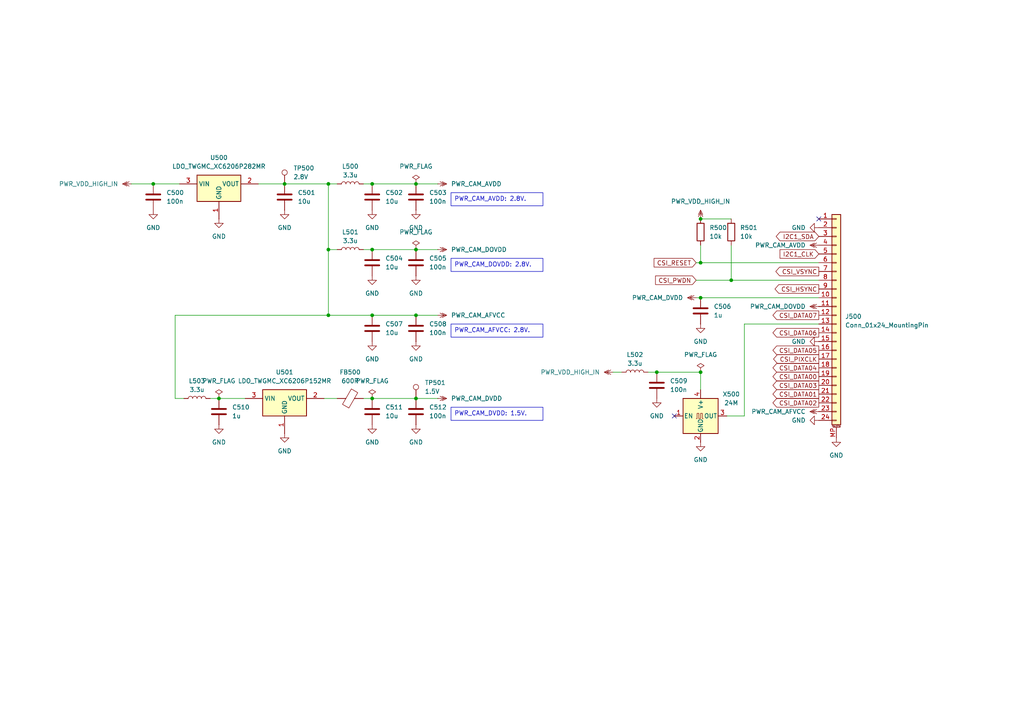
<source format=kicad_sch>
(kicad_sch
	(version 20231120)
	(generator "eeschema")
	(generator_version "8.0")
	(uuid "e2b17f42-9299-42eb-a6b5-eae387d9dbbf")
	(paper "A4")
	(title_block
		(title "i.MX6ULL Carrier - CAM")
		(date "2024-06-14")
		(rev "0.9.2")
	)
	(lib_symbols
		(symbol "Connector:TestPoint"
			(pin_numbers hide)
			(pin_names
				(offset 0.762) hide)
			(exclude_from_sim no)
			(in_bom yes)
			(on_board yes)
			(property "Reference" "TP"
				(at 0 6.858 0)
				(effects
					(font
						(size 1.27 1.27)
					)
				)
			)
			(property "Value" "TestPoint"
				(at 0 5.08 0)
				(effects
					(font
						(size 1.27 1.27)
					)
				)
			)
			(property "Footprint" ""
				(at 5.08 0 0)
				(effects
					(font
						(size 1.27 1.27)
					)
					(hide yes)
				)
			)
			(property "Datasheet" "~"
				(at 5.08 0 0)
				(effects
					(font
						(size 1.27 1.27)
					)
					(hide yes)
				)
			)
			(property "Description" "test point"
				(at 0 0 0)
				(effects
					(font
						(size 1.27 1.27)
					)
					(hide yes)
				)
			)
			(property "ki_keywords" "test point tp"
				(at 0 0 0)
				(effects
					(font
						(size 1.27 1.27)
					)
					(hide yes)
				)
			)
			(property "ki_fp_filters" "Pin* Test*"
				(at 0 0 0)
				(effects
					(font
						(size 1.27 1.27)
					)
					(hide yes)
				)
			)
			(symbol "TestPoint_0_1"
				(circle
					(center 0 3.302)
					(radius 0.762)
					(stroke
						(width 0)
						(type default)
					)
					(fill
						(type none)
					)
				)
			)
			(symbol "TestPoint_1_1"
				(pin passive line
					(at 0 0 90)
					(length 2.54)
					(name "1"
						(effects
							(font
								(size 1.27 1.27)
							)
						)
					)
					(number "1"
						(effects
							(font
								(size 1.27 1.27)
							)
						)
					)
				)
			)
		)
		(symbol "Connector_Generic_MountingPin:Conn_01x24_MountingPin"
			(pin_names
				(offset 1.016) hide)
			(exclude_from_sim no)
			(in_bom yes)
			(on_board yes)
			(property "Reference" "J"
				(at 0 30.48 0)
				(effects
					(font
						(size 1.27 1.27)
					)
				)
			)
			(property "Value" "Conn_01x24_MountingPin"
				(at 1.27 -33.02 0)
				(effects
					(font
						(size 1.27 1.27)
					)
					(justify left)
				)
			)
			(property "Footprint" ""
				(at 0 0 0)
				(effects
					(font
						(size 1.27 1.27)
					)
					(hide yes)
				)
			)
			(property "Datasheet" "~"
				(at 0 0 0)
				(effects
					(font
						(size 1.27 1.27)
					)
					(hide yes)
				)
			)
			(property "Description" "Generic connectable mounting pin connector, single row, 01x24, script generated (kicad-library-utils/schlib/autogen/connector/)"
				(at 0 0 0)
				(effects
					(font
						(size 1.27 1.27)
					)
					(hide yes)
				)
			)
			(property "ki_keywords" "connector"
				(at 0 0 0)
				(effects
					(font
						(size 1.27 1.27)
					)
					(hide yes)
				)
			)
			(property "ki_fp_filters" "Connector*:*_1x??-1MP*"
				(at 0 0 0)
				(effects
					(font
						(size 1.27 1.27)
					)
					(hide yes)
				)
			)
			(symbol "Conn_01x24_MountingPin_1_1"
				(rectangle
					(start -1.27 -30.353)
					(end 0 -30.607)
					(stroke
						(width 0.1524)
						(type default)
					)
					(fill
						(type none)
					)
				)
				(rectangle
					(start -1.27 -27.813)
					(end 0 -28.067)
					(stroke
						(width 0.1524)
						(type default)
					)
					(fill
						(type none)
					)
				)
				(rectangle
					(start -1.27 -25.273)
					(end 0 -25.527)
					(stroke
						(width 0.1524)
						(type default)
					)
					(fill
						(type none)
					)
				)
				(rectangle
					(start -1.27 -22.733)
					(end 0 -22.987)
					(stroke
						(width 0.1524)
						(type default)
					)
					(fill
						(type none)
					)
				)
				(rectangle
					(start -1.27 -20.193)
					(end 0 -20.447)
					(stroke
						(width 0.1524)
						(type default)
					)
					(fill
						(type none)
					)
				)
				(rectangle
					(start -1.27 -17.653)
					(end 0 -17.907)
					(stroke
						(width 0.1524)
						(type default)
					)
					(fill
						(type none)
					)
				)
				(rectangle
					(start -1.27 -15.113)
					(end 0 -15.367)
					(stroke
						(width 0.1524)
						(type default)
					)
					(fill
						(type none)
					)
				)
				(rectangle
					(start -1.27 -12.573)
					(end 0 -12.827)
					(stroke
						(width 0.1524)
						(type default)
					)
					(fill
						(type none)
					)
				)
				(rectangle
					(start -1.27 -10.033)
					(end 0 -10.287)
					(stroke
						(width 0.1524)
						(type default)
					)
					(fill
						(type none)
					)
				)
				(rectangle
					(start -1.27 -7.493)
					(end 0 -7.747)
					(stroke
						(width 0.1524)
						(type default)
					)
					(fill
						(type none)
					)
				)
				(rectangle
					(start -1.27 -4.953)
					(end 0 -5.207)
					(stroke
						(width 0.1524)
						(type default)
					)
					(fill
						(type none)
					)
				)
				(rectangle
					(start -1.27 -2.413)
					(end 0 -2.667)
					(stroke
						(width 0.1524)
						(type default)
					)
					(fill
						(type none)
					)
				)
				(rectangle
					(start -1.27 0.127)
					(end 0 -0.127)
					(stroke
						(width 0.1524)
						(type default)
					)
					(fill
						(type none)
					)
				)
				(rectangle
					(start -1.27 2.667)
					(end 0 2.413)
					(stroke
						(width 0.1524)
						(type default)
					)
					(fill
						(type none)
					)
				)
				(rectangle
					(start -1.27 5.207)
					(end 0 4.953)
					(stroke
						(width 0.1524)
						(type default)
					)
					(fill
						(type none)
					)
				)
				(rectangle
					(start -1.27 7.747)
					(end 0 7.493)
					(stroke
						(width 0.1524)
						(type default)
					)
					(fill
						(type none)
					)
				)
				(rectangle
					(start -1.27 10.287)
					(end 0 10.033)
					(stroke
						(width 0.1524)
						(type default)
					)
					(fill
						(type none)
					)
				)
				(rectangle
					(start -1.27 12.827)
					(end 0 12.573)
					(stroke
						(width 0.1524)
						(type default)
					)
					(fill
						(type none)
					)
				)
				(rectangle
					(start -1.27 15.367)
					(end 0 15.113)
					(stroke
						(width 0.1524)
						(type default)
					)
					(fill
						(type none)
					)
				)
				(rectangle
					(start -1.27 17.907)
					(end 0 17.653)
					(stroke
						(width 0.1524)
						(type default)
					)
					(fill
						(type none)
					)
				)
				(rectangle
					(start -1.27 20.447)
					(end 0 20.193)
					(stroke
						(width 0.1524)
						(type default)
					)
					(fill
						(type none)
					)
				)
				(rectangle
					(start -1.27 22.987)
					(end 0 22.733)
					(stroke
						(width 0.1524)
						(type default)
					)
					(fill
						(type none)
					)
				)
				(rectangle
					(start -1.27 25.527)
					(end 0 25.273)
					(stroke
						(width 0.1524)
						(type default)
					)
					(fill
						(type none)
					)
				)
				(rectangle
					(start -1.27 28.067)
					(end 0 27.813)
					(stroke
						(width 0.1524)
						(type default)
					)
					(fill
						(type none)
					)
				)
				(rectangle
					(start -1.27 29.21)
					(end 1.27 -31.75)
					(stroke
						(width 0.254)
						(type default)
					)
					(fill
						(type background)
					)
				)
				(polyline
					(pts
						(xy -1.016 -32.512) (xy 1.016 -32.512)
					)
					(stroke
						(width 0.1524)
						(type default)
					)
					(fill
						(type none)
					)
				)
				(text "Mounting"
					(at 0 -32.131 0)
					(effects
						(font
							(size 0.381 0.381)
						)
					)
				)
				(pin passive line
					(at -5.08 27.94 0)
					(length 3.81)
					(name "Pin_1"
						(effects
							(font
								(size 1.27 1.27)
							)
						)
					)
					(number "1"
						(effects
							(font
								(size 1.27 1.27)
							)
						)
					)
				)
				(pin passive line
					(at -5.08 5.08 0)
					(length 3.81)
					(name "Pin_10"
						(effects
							(font
								(size 1.27 1.27)
							)
						)
					)
					(number "10"
						(effects
							(font
								(size 1.27 1.27)
							)
						)
					)
				)
				(pin passive line
					(at -5.08 2.54 0)
					(length 3.81)
					(name "Pin_11"
						(effects
							(font
								(size 1.27 1.27)
							)
						)
					)
					(number "11"
						(effects
							(font
								(size 1.27 1.27)
							)
						)
					)
				)
				(pin passive line
					(at -5.08 0 0)
					(length 3.81)
					(name "Pin_12"
						(effects
							(font
								(size 1.27 1.27)
							)
						)
					)
					(number "12"
						(effects
							(font
								(size 1.27 1.27)
							)
						)
					)
				)
				(pin passive line
					(at -5.08 -2.54 0)
					(length 3.81)
					(name "Pin_13"
						(effects
							(font
								(size 1.27 1.27)
							)
						)
					)
					(number "13"
						(effects
							(font
								(size 1.27 1.27)
							)
						)
					)
				)
				(pin passive line
					(at -5.08 -5.08 0)
					(length 3.81)
					(name "Pin_14"
						(effects
							(font
								(size 1.27 1.27)
							)
						)
					)
					(number "14"
						(effects
							(font
								(size 1.27 1.27)
							)
						)
					)
				)
				(pin passive line
					(at -5.08 -7.62 0)
					(length 3.81)
					(name "Pin_15"
						(effects
							(font
								(size 1.27 1.27)
							)
						)
					)
					(number "15"
						(effects
							(font
								(size 1.27 1.27)
							)
						)
					)
				)
				(pin passive line
					(at -5.08 -10.16 0)
					(length 3.81)
					(name "Pin_16"
						(effects
							(font
								(size 1.27 1.27)
							)
						)
					)
					(number "16"
						(effects
							(font
								(size 1.27 1.27)
							)
						)
					)
				)
				(pin passive line
					(at -5.08 -12.7 0)
					(length 3.81)
					(name "Pin_17"
						(effects
							(font
								(size 1.27 1.27)
							)
						)
					)
					(number "17"
						(effects
							(font
								(size 1.27 1.27)
							)
						)
					)
				)
				(pin passive line
					(at -5.08 -15.24 0)
					(length 3.81)
					(name "Pin_18"
						(effects
							(font
								(size 1.27 1.27)
							)
						)
					)
					(number "18"
						(effects
							(font
								(size 1.27 1.27)
							)
						)
					)
				)
				(pin passive line
					(at -5.08 -17.78 0)
					(length 3.81)
					(name "Pin_19"
						(effects
							(font
								(size 1.27 1.27)
							)
						)
					)
					(number "19"
						(effects
							(font
								(size 1.27 1.27)
							)
						)
					)
				)
				(pin passive line
					(at -5.08 25.4 0)
					(length 3.81)
					(name "Pin_2"
						(effects
							(font
								(size 1.27 1.27)
							)
						)
					)
					(number "2"
						(effects
							(font
								(size 1.27 1.27)
							)
						)
					)
				)
				(pin passive line
					(at -5.08 -20.32 0)
					(length 3.81)
					(name "Pin_20"
						(effects
							(font
								(size 1.27 1.27)
							)
						)
					)
					(number "20"
						(effects
							(font
								(size 1.27 1.27)
							)
						)
					)
				)
				(pin passive line
					(at -5.08 -22.86 0)
					(length 3.81)
					(name "Pin_21"
						(effects
							(font
								(size 1.27 1.27)
							)
						)
					)
					(number "21"
						(effects
							(font
								(size 1.27 1.27)
							)
						)
					)
				)
				(pin passive line
					(at -5.08 -25.4 0)
					(length 3.81)
					(name "Pin_22"
						(effects
							(font
								(size 1.27 1.27)
							)
						)
					)
					(number "22"
						(effects
							(font
								(size 1.27 1.27)
							)
						)
					)
				)
				(pin passive line
					(at -5.08 -27.94 0)
					(length 3.81)
					(name "Pin_23"
						(effects
							(font
								(size 1.27 1.27)
							)
						)
					)
					(number "23"
						(effects
							(font
								(size 1.27 1.27)
							)
						)
					)
				)
				(pin passive line
					(at -5.08 -30.48 0)
					(length 3.81)
					(name "Pin_24"
						(effects
							(font
								(size 1.27 1.27)
							)
						)
					)
					(number "24"
						(effects
							(font
								(size 1.27 1.27)
							)
						)
					)
				)
				(pin passive line
					(at -5.08 22.86 0)
					(length 3.81)
					(name "Pin_3"
						(effects
							(font
								(size 1.27 1.27)
							)
						)
					)
					(number "3"
						(effects
							(font
								(size 1.27 1.27)
							)
						)
					)
				)
				(pin passive line
					(at -5.08 20.32 0)
					(length 3.81)
					(name "Pin_4"
						(effects
							(font
								(size 1.27 1.27)
							)
						)
					)
					(number "4"
						(effects
							(font
								(size 1.27 1.27)
							)
						)
					)
				)
				(pin passive line
					(at -5.08 17.78 0)
					(length 3.81)
					(name "Pin_5"
						(effects
							(font
								(size 1.27 1.27)
							)
						)
					)
					(number "5"
						(effects
							(font
								(size 1.27 1.27)
							)
						)
					)
				)
				(pin passive line
					(at -5.08 15.24 0)
					(length 3.81)
					(name "Pin_6"
						(effects
							(font
								(size 1.27 1.27)
							)
						)
					)
					(number "6"
						(effects
							(font
								(size 1.27 1.27)
							)
						)
					)
				)
				(pin passive line
					(at -5.08 12.7 0)
					(length 3.81)
					(name "Pin_7"
						(effects
							(font
								(size 1.27 1.27)
							)
						)
					)
					(number "7"
						(effects
							(font
								(size 1.27 1.27)
							)
						)
					)
				)
				(pin passive line
					(at -5.08 10.16 0)
					(length 3.81)
					(name "Pin_8"
						(effects
							(font
								(size 1.27 1.27)
							)
						)
					)
					(number "8"
						(effects
							(font
								(size 1.27 1.27)
							)
						)
					)
				)
				(pin passive line
					(at -5.08 7.62 0)
					(length 3.81)
					(name "Pin_9"
						(effects
							(font
								(size 1.27 1.27)
							)
						)
					)
					(number "9"
						(effects
							(font
								(size 1.27 1.27)
							)
						)
					)
				)
				(pin passive line
					(at 0 -35.56 90)
					(length 3.048)
					(name "MountPin"
						(effects
							(font
								(size 1.27 1.27)
							)
						)
					)
					(number "MP"
						(effects
							(font
								(size 1.27 1.27)
							)
						)
					)
				)
			)
		)
		(symbol "Device:C"
			(pin_numbers hide)
			(pin_names
				(offset 0.254)
			)
			(exclude_from_sim no)
			(in_bom yes)
			(on_board yes)
			(property "Reference" "C"
				(at 0.635 2.54 0)
				(effects
					(font
						(size 1.27 1.27)
					)
					(justify left)
				)
			)
			(property "Value" "C"
				(at 0.635 -2.54 0)
				(effects
					(font
						(size 1.27 1.27)
					)
					(justify left)
				)
			)
			(property "Footprint" ""
				(at 0.9652 -3.81 0)
				(effects
					(font
						(size 1.27 1.27)
					)
					(hide yes)
				)
			)
			(property "Datasheet" "~"
				(at 0 0 0)
				(effects
					(font
						(size 1.27 1.27)
					)
					(hide yes)
				)
			)
			(property "Description" "Unpolarized capacitor"
				(at 0 0 0)
				(effects
					(font
						(size 1.27 1.27)
					)
					(hide yes)
				)
			)
			(property "ki_keywords" "cap capacitor"
				(at 0 0 0)
				(effects
					(font
						(size 1.27 1.27)
					)
					(hide yes)
				)
			)
			(property "ki_fp_filters" "C_*"
				(at 0 0 0)
				(effects
					(font
						(size 1.27 1.27)
					)
					(hide yes)
				)
			)
			(symbol "C_0_1"
				(polyline
					(pts
						(xy -2.032 -0.762) (xy 2.032 -0.762)
					)
					(stroke
						(width 0.508)
						(type default)
					)
					(fill
						(type none)
					)
				)
				(polyline
					(pts
						(xy -2.032 0.762) (xy 2.032 0.762)
					)
					(stroke
						(width 0.508)
						(type default)
					)
					(fill
						(type none)
					)
				)
			)
			(symbol "C_1_1"
				(pin passive line
					(at 0 3.81 270)
					(length 2.794)
					(name "~"
						(effects
							(font
								(size 1.27 1.27)
							)
						)
					)
					(number "1"
						(effects
							(font
								(size 1.27 1.27)
							)
						)
					)
				)
				(pin passive line
					(at 0 -3.81 90)
					(length 2.794)
					(name "~"
						(effects
							(font
								(size 1.27 1.27)
							)
						)
					)
					(number "2"
						(effects
							(font
								(size 1.27 1.27)
							)
						)
					)
				)
			)
		)
		(symbol "Device:FerriteBead"
			(pin_numbers hide)
			(pin_names
				(offset 0)
			)
			(exclude_from_sim no)
			(in_bom yes)
			(on_board yes)
			(property "Reference" "FB"
				(at -3.81 0.635 90)
				(effects
					(font
						(size 1.27 1.27)
					)
				)
			)
			(property "Value" "FerriteBead"
				(at 3.81 0 90)
				(effects
					(font
						(size 1.27 1.27)
					)
				)
			)
			(property "Footprint" ""
				(at -1.778 0 90)
				(effects
					(font
						(size 1.27 1.27)
					)
					(hide yes)
				)
			)
			(property "Datasheet" "~"
				(at 0 0 0)
				(effects
					(font
						(size 1.27 1.27)
					)
					(hide yes)
				)
			)
			(property "Description" "Ferrite bead"
				(at 0 0 0)
				(effects
					(font
						(size 1.27 1.27)
					)
					(hide yes)
				)
			)
			(property "ki_keywords" "L ferrite bead inductor filter"
				(at 0 0 0)
				(effects
					(font
						(size 1.27 1.27)
					)
					(hide yes)
				)
			)
			(property "ki_fp_filters" "Inductor_* L_* *Ferrite*"
				(at 0 0 0)
				(effects
					(font
						(size 1.27 1.27)
					)
					(hide yes)
				)
			)
			(symbol "FerriteBead_0_1"
				(polyline
					(pts
						(xy 0 -1.27) (xy 0 -1.2192)
					)
					(stroke
						(width 0)
						(type default)
					)
					(fill
						(type none)
					)
				)
				(polyline
					(pts
						(xy 0 1.27) (xy 0 1.2954)
					)
					(stroke
						(width 0)
						(type default)
					)
					(fill
						(type none)
					)
				)
				(polyline
					(pts
						(xy -2.7686 0.4064) (xy -1.7018 2.2606) (xy 2.7686 -0.3048) (xy 1.6764 -2.159) (xy -2.7686 0.4064)
					)
					(stroke
						(width 0)
						(type default)
					)
					(fill
						(type none)
					)
				)
			)
			(symbol "FerriteBead_1_1"
				(pin passive line
					(at 0 3.81 270)
					(length 2.54)
					(name "~"
						(effects
							(font
								(size 1.27 1.27)
							)
						)
					)
					(number "1"
						(effects
							(font
								(size 1.27 1.27)
							)
						)
					)
				)
				(pin passive line
					(at 0 -3.81 90)
					(length 2.54)
					(name "~"
						(effects
							(font
								(size 1.27 1.27)
							)
						)
					)
					(number "2"
						(effects
							(font
								(size 1.27 1.27)
							)
						)
					)
				)
			)
		)
		(symbol "Device:L"
			(pin_numbers hide)
			(pin_names
				(offset 1.016) hide)
			(exclude_from_sim no)
			(in_bom yes)
			(on_board yes)
			(property "Reference" "L"
				(at -1.27 0 90)
				(effects
					(font
						(size 1.27 1.27)
					)
				)
			)
			(property "Value" "L"
				(at 1.905 0 90)
				(effects
					(font
						(size 1.27 1.27)
					)
				)
			)
			(property "Footprint" ""
				(at 0 0 0)
				(effects
					(font
						(size 1.27 1.27)
					)
					(hide yes)
				)
			)
			(property "Datasheet" "~"
				(at 0 0 0)
				(effects
					(font
						(size 1.27 1.27)
					)
					(hide yes)
				)
			)
			(property "Description" "Inductor"
				(at 0 0 0)
				(effects
					(font
						(size 1.27 1.27)
					)
					(hide yes)
				)
			)
			(property "ki_keywords" "inductor choke coil reactor magnetic"
				(at 0 0 0)
				(effects
					(font
						(size 1.27 1.27)
					)
					(hide yes)
				)
			)
			(property "ki_fp_filters" "Choke_* *Coil* Inductor_* L_*"
				(at 0 0 0)
				(effects
					(font
						(size 1.27 1.27)
					)
					(hide yes)
				)
			)
			(symbol "L_0_1"
				(arc
					(start 0 -2.54)
					(mid 0.6323 -1.905)
					(end 0 -1.27)
					(stroke
						(width 0)
						(type default)
					)
					(fill
						(type none)
					)
				)
				(arc
					(start 0 -1.27)
					(mid 0.6323 -0.635)
					(end 0 0)
					(stroke
						(width 0)
						(type default)
					)
					(fill
						(type none)
					)
				)
				(arc
					(start 0 0)
					(mid 0.6323 0.635)
					(end 0 1.27)
					(stroke
						(width 0)
						(type default)
					)
					(fill
						(type none)
					)
				)
				(arc
					(start 0 1.27)
					(mid 0.6323 1.905)
					(end 0 2.54)
					(stroke
						(width 0)
						(type default)
					)
					(fill
						(type none)
					)
				)
			)
			(symbol "L_1_1"
				(pin passive line
					(at 0 3.81 270)
					(length 1.27)
					(name "1"
						(effects
							(font
								(size 1.27 1.27)
							)
						)
					)
					(number "1"
						(effects
							(font
								(size 1.27 1.27)
							)
						)
					)
				)
				(pin passive line
					(at 0 -3.81 90)
					(length 1.27)
					(name "2"
						(effects
							(font
								(size 1.27 1.27)
							)
						)
					)
					(number "2"
						(effects
							(font
								(size 1.27 1.27)
							)
						)
					)
				)
			)
		)
		(symbol "Device:R"
			(pin_numbers hide)
			(pin_names
				(offset 0)
			)
			(exclude_from_sim no)
			(in_bom yes)
			(on_board yes)
			(property "Reference" "R"
				(at 2.032 0 90)
				(effects
					(font
						(size 1.27 1.27)
					)
				)
			)
			(property "Value" "R"
				(at 0 0 90)
				(effects
					(font
						(size 1.27 1.27)
					)
				)
			)
			(property "Footprint" ""
				(at -1.778 0 90)
				(effects
					(font
						(size 1.27 1.27)
					)
					(hide yes)
				)
			)
			(property "Datasheet" "~"
				(at 0 0 0)
				(effects
					(font
						(size 1.27 1.27)
					)
					(hide yes)
				)
			)
			(property "Description" "Resistor"
				(at 0 0 0)
				(effects
					(font
						(size 1.27 1.27)
					)
					(hide yes)
				)
			)
			(property "ki_keywords" "R res resistor"
				(at 0 0 0)
				(effects
					(font
						(size 1.27 1.27)
					)
					(hide yes)
				)
			)
			(property "ki_fp_filters" "R_*"
				(at 0 0 0)
				(effects
					(font
						(size 1.27 1.27)
					)
					(hide yes)
				)
			)
			(symbol "R_0_1"
				(rectangle
					(start -1.016 -2.54)
					(end 1.016 2.54)
					(stroke
						(width 0.254)
						(type default)
					)
					(fill
						(type none)
					)
				)
			)
			(symbol "R_1_1"
				(pin passive line
					(at 0 3.81 270)
					(length 1.27)
					(name "~"
						(effects
							(font
								(size 1.27 1.27)
							)
						)
					)
					(number "1"
						(effects
							(font
								(size 1.27 1.27)
							)
						)
					)
				)
				(pin passive line
					(at 0 -3.81 90)
					(length 1.27)
					(name "~"
						(effects
							(font
								(size 1.27 1.27)
							)
						)
					)
					(number "2"
						(effects
							(font
								(size 1.27 1.27)
							)
						)
					)
				)
			)
		)
		(symbol "Oscillator:XO32"
			(pin_names
				(offset 0.254)
			)
			(exclude_from_sim no)
			(in_bom yes)
			(on_board yes)
			(property "Reference" "X"
				(at -5.08 6.35 0)
				(effects
					(font
						(size 1.27 1.27)
					)
					(justify left)
				)
			)
			(property "Value" "XO32"
				(at 1.27 -6.35 0)
				(effects
					(font
						(size 1.27 1.27)
					)
					(justify left)
				)
			)
			(property "Footprint" "Oscillator:Oscillator_SMD_EuroQuartz_XO32-4Pin_3.2x2.5mm"
				(at 17.78 -8.89 0)
				(effects
					(font
						(size 1.27 1.27)
					)
					(hide yes)
				)
			)
			(property "Datasheet" "http://cdn-reichelt.de/documents/datenblatt/B400/XO32.pdf"
				(at -2.54 0 0)
				(effects
					(font
						(size 1.27 1.27)
					)
					(hide yes)
				)
			)
			(property "Description" "HCMOS Clock Oscillator"
				(at 0 0 0)
				(effects
					(font
						(size 1.27 1.27)
					)
					(hide yes)
				)
			)
			(property "ki_keywords" "Crystal Clock Oscillator"
				(at 0 0 0)
				(effects
					(font
						(size 1.27 1.27)
					)
					(hide yes)
				)
			)
			(property "ki_fp_filters" "Oscillator*SMD*EuroQuartz*XO32*3.2x2.5mm*"
				(at 0 0 0)
				(effects
					(font
						(size 1.27 1.27)
					)
					(hide yes)
				)
			)
			(symbol "XO32_0_1"
				(rectangle
					(start -5.08 5.08)
					(end 5.08 -5.08)
					(stroke
						(width 0.254)
						(type default)
					)
					(fill
						(type background)
					)
				)
				(polyline
					(pts
						(xy -1.27 -0.762) (xy -1.016 -0.762) (xy -1.016 0.762) (xy -0.508 0.762) (xy -0.508 -0.762) (xy 0 -0.762)
						(xy 0 0.762) (xy 0.508 0.762) (xy 0.508 -0.762) (xy 0.762 -0.762)
					)
					(stroke
						(width 0)
						(type default)
					)
					(fill
						(type none)
					)
				)
			)
			(symbol "XO32_1_1"
				(pin input line
					(at -7.62 0 0)
					(length 2.54)
					(name "EN"
						(effects
							(font
								(size 1.27 1.27)
							)
						)
					)
					(number "1"
						(effects
							(font
								(size 1.27 1.27)
							)
						)
					)
				)
				(pin power_in line
					(at 0 -7.62 90)
					(length 2.54)
					(name "GND"
						(effects
							(font
								(size 1.27 1.27)
							)
						)
					)
					(number "2"
						(effects
							(font
								(size 1.27 1.27)
							)
						)
					)
				)
				(pin output line
					(at 7.62 0 180)
					(length 2.54)
					(name "OUT"
						(effects
							(font
								(size 1.27 1.27)
							)
						)
					)
					(number "3"
						(effects
							(font
								(size 1.27 1.27)
							)
						)
					)
				)
				(pin power_in line
					(at 0 7.62 270)
					(length 2.54)
					(name "V+"
						(effects
							(font
								(size 1.27 1.27)
							)
						)
					)
					(number "4"
						(effects
							(font
								(size 1.27 1.27)
							)
						)
					)
				)
			)
		)
		(symbol "PWR_VDD_HIGH_IN_1"
			(power)
			(pin_numbers hide)
			(pin_names hide)
			(exclude_from_sim no)
			(in_bom no)
			(on_board no)
			(property "Reference" "#PWR_VDD_HIGH_IN"
				(at 0 0 0)
				(effects
					(font
						(size 1.27 1.27)
					)
					(hide yes)
				)
			)
			(property "Value" "PWR_VDD_HIGH_IN"
				(at 0 0 0)
				(effects
					(font
						(size 1.27 1.27)
					)
				)
			)
			(property "Footprint" ""
				(at 0 0 0)
				(effects
					(font
						(size 1.27 1.27)
					)
					(hide yes)
				)
			)
			(property "Datasheet" ""
				(at 0 0 0)
				(effects
					(font
						(size 1.27 1.27)
					)
					(hide yes)
				)
			)
			(property "Description" ""
				(at 0 0 0)
				(effects
					(font
						(size 1.27 1.27)
					)
					(hide yes)
				)
			)
			(symbol "PWR_VDD_HIGH_IN_1_0_1"
				(polyline
					(pts
						(xy -0.635 0.635) (xy 0 1.905)
					)
					(stroke
						(width 0)
						(type default)
					)
					(fill
						(type none)
					)
				)
				(polyline
					(pts
						(xy -0.635 1.27) (xy 0 2.54)
					)
					(stroke
						(width 0)
						(type default)
					)
					(fill
						(type none)
					)
				)
				(polyline
					(pts
						(xy 0 2.54) (xy 0 0)
					)
					(stroke
						(width 0)
						(type default)
					)
					(fill
						(type none)
					)
				)
				(polyline
					(pts
						(xy 0.635 0.635) (xy 0 1.905)
					)
					(stroke
						(width 0)
						(type default)
					)
					(fill
						(type none)
					)
				)
				(polyline
					(pts
						(xy 0.635 1.27) (xy 0 2.54)
					)
					(stroke
						(width 0)
						(type default)
					)
					(fill
						(type none)
					)
				)
			)
			(symbol "PWR_VDD_HIGH_IN_1_1_1"
				(pin power_in line
					(at 0 0 0)
					(length 0)
					(name ""
						(effects
							(font
								(size 1.27 1.27)
							)
						)
					)
					(number "1"
						(effects
							(font
								(size 1.27 1.27)
							)
						)
					)
				)
			)
		)
		(symbol "i.MX6ULL Carrier:LDO_TWGMC_XC6206P152MR"
			(exclude_from_sim no)
			(in_bom yes)
			(on_board yes)
			(property "Reference" "U"
				(at 0 0 0)
				(effects
					(font
						(size 1.27 1.27)
					)
				)
			)
			(property "Value" "LDO_TWGMC_XC6206P152MR"
				(at 0 7.62 0)
				(effects
					(font
						(size 1.27 1.27)
					)
				)
			)
			(property "Footprint" "Package_TO_SOT_SMD:SOT-23-3"
				(at 0 5.08 0)
				(effects
					(font
						(size 1.27 1.27)
					)
					(hide yes)
				)
			)
			(property "Datasheet" ""
				(at 0 0 0)
				(effects
					(font
						(size 1.27 1.27)
					)
					(hide yes)
				)
			)
			(property "Description" ""
				(at 0 0 0)
				(effects
					(font
						(size 1.27 1.27)
					)
					(hide yes)
				)
			)
			(symbol "LDO_TWGMC_XC6206P152MR_1_0"
				(text_box private "XC6206P is a low power consumption LDO.\n\n15: Output voltage 1.5V.\n2: Output accuracy 2%.\nMR: SOT23 package."
					(at -25.4 20.32 0)
					(size 50.8 -11.43)
					(stroke
						(width 0)
						(type default)
					)
					(fill
						(type none)
					)
					(effects
						(font
							(size 1.27 1.27)
						)
						(justify left top)
					)
				)
			)
			(symbol "LDO_TWGMC_XC6206P152MR_1_1"
				(rectangle
					(start -6.35 3.81)
					(end 6.35 -3.81)
					(stroke
						(width 0.254)
						(type default)
					)
					(fill
						(type background)
					)
				)
				(pin power_in line
					(at 0 -8.89 90)
					(length 5.08)
					(name "GND"
						(effects
							(font
								(size 1.27 1.27)
							)
						)
					)
					(number "1"
						(effects
							(font
								(size 1.27 1.27)
							)
						)
					)
				)
				(pin power_out line
					(at 11.43 1.27 180)
					(length 5.08)
					(name "VOUT"
						(effects
							(font
								(size 1.27 1.27)
							)
						)
					)
					(number "2"
						(effects
							(font
								(size 1.27 1.27)
							)
						)
					)
				)
				(pin power_in line
					(at -11.43 1.27 0)
					(length 5.08)
					(name "VIN"
						(effects
							(font
								(size 1.27 1.27)
							)
						)
					)
					(number "3"
						(effects
							(font
								(size 1.27 1.27)
							)
						)
					)
				)
			)
		)
		(symbol "i.MX6ULL Carrier:LDO_TWGMC_XC6206P282MR"
			(exclude_from_sim no)
			(in_bom yes)
			(on_board yes)
			(property "Reference" "U"
				(at 0 0 0)
				(effects
					(font
						(size 1.27 1.27)
					)
				)
			)
			(property "Value" "LDO_TWGMC_XC6206P282MR"
				(at 0 7.62 0)
				(effects
					(font
						(size 1.27 1.27)
					)
				)
			)
			(property "Footprint" "Package_TO_SOT_SMD:SOT-23-3"
				(at 0 5.08 0)
				(effects
					(font
						(size 1.27 1.27)
					)
					(hide yes)
				)
			)
			(property "Datasheet" ""
				(at 0 0 0)
				(effects
					(font
						(size 1.27 1.27)
					)
					(hide yes)
				)
			)
			(property "Description" ""
				(at 0 0 0)
				(effects
					(font
						(size 1.27 1.27)
					)
					(hide yes)
				)
			)
			(symbol "LDO_TWGMC_XC6206P282MR_1_0"
				(text_box private "XC6206P is a low power consumption LDO.\n\n28: Output voltage 2.8V.\n2: Output accuracy 2%.\nMR: SOT23 package."
					(at -25.4 20.32 0)
					(size 50.8 -11.43)
					(stroke
						(width 0)
						(type default)
					)
					(fill
						(type none)
					)
					(effects
						(font
							(size 1.27 1.27)
						)
						(justify left top)
					)
				)
			)
			(symbol "LDO_TWGMC_XC6206P282MR_1_1"
				(rectangle
					(start -6.35 3.81)
					(end 6.35 -3.81)
					(stroke
						(width 0.254)
						(type default)
					)
					(fill
						(type background)
					)
				)
				(pin power_in line
					(at 0 -8.89 90)
					(length 5.08)
					(name "GND"
						(effects
							(font
								(size 1.27 1.27)
							)
						)
					)
					(number "1"
						(effects
							(font
								(size 1.27 1.27)
							)
						)
					)
				)
				(pin power_out line
					(at 11.43 1.27 180)
					(length 5.08)
					(name "VOUT"
						(effects
							(font
								(size 1.27 1.27)
							)
						)
					)
					(number "2"
						(effects
							(font
								(size 1.27 1.27)
							)
						)
					)
				)
				(pin power_in line
					(at -11.43 1.27 0)
					(length 5.08)
					(name "VIN"
						(effects
							(font
								(size 1.27 1.27)
							)
						)
					)
					(number "3"
						(effects
							(font
								(size 1.27 1.27)
							)
						)
					)
				)
			)
		)
		(symbol "i.MX6ULL Carrier:PWR_CAM_AFVCC"
			(power)
			(pin_numbers hide)
			(pin_names hide)
			(exclude_from_sim no)
			(in_bom no)
			(on_board no)
			(property "Reference" "#PWR_CAM_AFVCC"
				(at 0 0 0)
				(effects
					(font
						(size 1.27 1.27)
					)
					(hide yes)
				)
			)
			(property "Value" "PWR_CAM_AFVCC"
				(at 0 0 0)
				(effects
					(font
						(size 1.27 1.27)
					)
				)
			)
			(property "Footprint" ""
				(at 0 0 0)
				(effects
					(font
						(size 1.27 1.27)
					)
					(hide yes)
				)
			)
			(property "Datasheet" ""
				(at 0 0 0)
				(effects
					(font
						(size 1.27 1.27)
					)
					(hide yes)
				)
			)
			(property "Description" ""
				(at 0 0 0)
				(effects
					(font
						(size 1.27 1.27)
					)
					(hide yes)
				)
			)
			(symbol "PWR_CAM_AFVCC_0_1"
				(polyline
					(pts
						(xy -0.635 0.635) (xy 0 1.905)
					)
					(stroke
						(width 0)
						(type default)
					)
					(fill
						(type none)
					)
				)
				(polyline
					(pts
						(xy -0.635 1.27) (xy 0 2.54)
					)
					(stroke
						(width 0)
						(type default)
					)
					(fill
						(type none)
					)
				)
				(polyline
					(pts
						(xy 0 2.54) (xy 0 0)
					)
					(stroke
						(width 0)
						(type default)
					)
					(fill
						(type none)
					)
				)
				(polyline
					(pts
						(xy 0.635 0.635) (xy 0 1.905)
					)
					(stroke
						(width 0)
						(type default)
					)
					(fill
						(type none)
					)
				)
				(polyline
					(pts
						(xy 0.635 1.27) (xy 0 2.54)
					)
					(stroke
						(width 0)
						(type default)
					)
					(fill
						(type none)
					)
				)
			)
			(symbol "PWR_CAM_AFVCC_1_1"
				(pin power_in line
					(at 0 0 0)
					(length 0)
					(name ""
						(effects
							(font
								(size 1.27 1.27)
							)
						)
					)
					(number "1"
						(effects
							(font
								(size 1.27 1.27)
							)
						)
					)
				)
			)
		)
		(symbol "i.MX6ULL Carrier:PWR_CAM_AVDD"
			(power)
			(pin_numbers hide)
			(pin_names hide)
			(exclude_from_sim no)
			(in_bom no)
			(on_board no)
			(property "Reference" "#PWR_CAM_AVDD"
				(at 0 0 0)
				(effects
					(font
						(size 1.27 1.27)
					)
					(hide yes)
				)
			)
			(property "Value" "PWR_CAM_AVDD"
				(at 0 0 0)
				(effects
					(font
						(size 1.27 1.27)
					)
				)
			)
			(property "Footprint" ""
				(at 0 0 0)
				(effects
					(font
						(size 1.27 1.27)
					)
					(hide yes)
				)
			)
			(property "Datasheet" ""
				(at 0 0 0)
				(effects
					(font
						(size 1.27 1.27)
					)
					(hide yes)
				)
			)
			(property "Description" ""
				(at 0 0 0)
				(effects
					(font
						(size 1.27 1.27)
					)
					(hide yes)
				)
			)
			(symbol "PWR_CAM_AVDD_0_1"
				(polyline
					(pts
						(xy -0.635 0.635) (xy 0 1.905)
					)
					(stroke
						(width 0)
						(type default)
					)
					(fill
						(type none)
					)
				)
				(polyline
					(pts
						(xy -0.635 1.27) (xy 0 2.54)
					)
					(stroke
						(width 0)
						(type default)
					)
					(fill
						(type none)
					)
				)
				(polyline
					(pts
						(xy 0 2.54) (xy 0 0)
					)
					(stroke
						(width 0)
						(type default)
					)
					(fill
						(type none)
					)
				)
				(polyline
					(pts
						(xy 0.635 0.635) (xy 0 1.905)
					)
					(stroke
						(width 0)
						(type default)
					)
					(fill
						(type none)
					)
				)
				(polyline
					(pts
						(xy 0.635 1.27) (xy 0 2.54)
					)
					(stroke
						(width 0)
						(type default)
					)
					(fill
						(type none)
					)
				)
			)
			(symbol "PWR_CAM_AVDD_1_1"
				(pin power_in line
					(at 0 0 0)
					(length 0)
					(name ""
						(effects
							(font
								(size 1.27 1.27)
							)
						)
					)
					(number "1"
						(effects
							(font
								(size 1.27 1.27)
							)
						)
					)
				)
			)
		)
		(symbol "i.MX6ULL Carrier:PWR_CAM_DOVDD"
			(power)
			(pin_numbers hide)
			(pin_names hide)
			(exclude_from_sim no)
			(in_bom no)
			(on_board no)
			(property "Reference" "#PWR_CAM_DOVDD"
				(at 0 0 0)
				(effects
					(font
						(size 1.27 1.27)
					)
					(hide yes)
				)
			)
			(property "Value" "PWR_CAM_DOVDD"
				(at 0 0 0)
				(effects
					(font
						(size 1.27 1.27)
					)
				)
			)
			(property "Footprint" ""
				(at 0 0 0)
				(effects
					(font
						(size 1.27 1.27)
					)
					(hide yes)
				)
			)
			(property "Datasheet" ""
				(at 0 0 0)
				(effects
					(font
						(size 1.27 1.27)
					)
					(hide yes)
				)
			)
			(property "Description" ""
				(at 0 0 0)
				(effects
					(font
						(size 1.27 1.27)
					)
					(hide yes)
				)
			)
			(symbol "PWR_CAM_DOVDD_0_1"
				(polyline
					(pts
						(xy -0.635 0.635) (xy 0 1.905)
					)
					(stroke
						(width 0)
						(type default)
					)
					(fill
						(type none)
					)
				)
				(polyline
					(pts
						(xy -0.635 1.27) (xy 0 2.54)
					)
					(stroke
						(width 0)
						(type default)
					)
					(fill
						(type none)
					)
				)
				(polyline
					(pts
						(xy 0 2.54) (xy 0 0)
					)
					(stroke
						(width 0)
						(type default)
					)
					(fill
						(type none)
					)
				)
				(polyline
					(pts
						(xy 0.635 0.635) (xy 0 1.905)
					)
					(stroke
						(width 0)
						(type default)
					)
					(fill
						(type none)
					)
				)
				(polyline
					(pts
						(xy 0.635 1.27) (xy 0 2.54)
					)
					(stroke
						(width 0)
						(type default)
					)
					(fill
						(type none)
					)
				)
			)
			(symbol "PWR_CAM_DOVDD_1_1"
				(pin power_in line
					(at 0 0 0)
					(length 0)
					(name ""
						(effects
							(font
								(size 1.27 1.27)
							)
						)
					)
					(number "1"
						(effects
							(font
								(size 1.27 1.27)
							)
						)
					)
				)
			)
		)
		(symbol "i.MX6ULL Carrier:PWR_CAM_DVDD"
			(power)
			(pin_numbers hide)
			(pin_names hide)
			(exclude_from_sim no)
			(in_bom no)
			(on_board no)
			(property "Reference" "#PWR_CAM_DVDD"
				(at 0 0 0)
				(effects
					(font
						(size 1.27 1.27)
					)
					(hide yes)
				)
			)
			(property "Value" "PWR_CAM_DVDD"
				(at 0 0 0)
				(effects
					(font
						(size 1.27 1.27)
					)
				)
			)
			(property "Footprint" ""
				(at 0 0 0)
				(effects
					(font
						(size 1.27 1.27)
					)
					(hide yes)
				)
			)
			(property "Datasheet" ""
				(at 0 0 0)
				(effects
					(font
						(size 1.27 1.27)
					)
					(hide yes)
				)
			)
			(property "Description" ""
				(at 0 0 0)
				(effects
					(font
						(size 1.27 1.27)
					)
					(hide yes)
				)
			)
			(symbol "PWR_CAM_DVDD_0_1"
				(polyline
					(pts
						(xy -0.635 0.635) (xy 0 1.905)
					)
					(stroke
						(width 0)
						(type default)
					)
					(fill
						(type none)
					)
				)
				(polyline
					(pts
						(xy -0.635 1.27) (xy 0 2.54)
					)
					(stroke
						(width 0)
						(type default)
					)
					(fill
						(type none)
					)
				)
				(polyline
					(pts
						(xy 0 2.54) (xy 0 0)
					)
					(stroke
						(width 0)
						(type default)
					)
					(fill
						(type none)
					)
				)
				(polyline
					(pts
						(xy 0.635 0.635) (xy 0 1.905)
					)
					(stroke
						(width 0)
						(type default)
					)
					(fill
						(type none)
					)
				)
				(polyline
					(pts
						(xy 0.635 1.27) (xy 0 2.54)
					)
					(stroke
						(width 0)
						(type default)
					)
					(fill
						(type none)
					)
				)
			)
			(symbol "PWR_CAM_DVDD_1_1"
				(pin power_in line
					(at 0 0 0)
					(length 0)
					(name ""
						(effects
							(font
								(size 1.27 1.27)
							)
						)
					)
					(number "1"
						(effects
							(font
								(size 1.27 1.27)
							)
						)
					)
				)
			)
		)
		(symbol "power:GND"
			(power)
			(pin_numbers hide)
			(pin_names
				(offset 0) hide)
			(exclude_from_sim no)
			(in_bom yes)
			(on_board yes)
			(property "Reference" "#PWR"
				(at 0 -6.35 0)
				(effects
					(font
						(size 1.27 1.27)
					)
					(hide yes)
				)
			)
			(property "Value" "GND"
				(at 0 -3.81 0)
				(effects
					(font
						(size 1.27 1.27)
					)
				)
			)
			(property "Footprint" ""
				(at 0 0 0)
				(effects
					(font
						(size 1.27 1.27)
					)
					(hide yes)
				)
			)
			(property "Datasheet" ""
				(at 0 0 0)
				(effects
					(font
						(size 1.27 1.27)
					)
					(hide yes)
				)
			)
			(property "Description" "Power symbol creates a global label with name \"GND\" , ground"
				(at 0 0 0)
				(effects
					(font
						(size 1.27 1.27)
					)
					(hide yes)
				)
			)
			(property "ki_keywords" "global power"
				(at 0 0 0)
				(effects
					(font
						(size 1.27 1.27)
					)
					(hide yes)
				)
			)
			(symbol "GND_0_1"
				(polyline
					(pts
						(xy 0 0) (xy 0 -1.27) (xy 1.27 -1.27) (xy 0 -2.54) (xy -1.27 -1.27) (xy 0 -1.27)
					)
					(stroke
						(width 0)
						(type default)
					)
					(fill
						(type none)
					)
				)
			)
			(symbol "GND_1_1"
				(pin power_in line
					(at 0 0 270)
					(length 0)
					(name "~"
						(effects
							(font
								(size 1.27 1.27)
							)
						)
					)
					(number "1"
						(effects
							(font
								(size 1.27 1.27)
							)
						)
					)
				)
			)
		)
		(symbol "power:PWR_FLAG"
			(power)
			(pin_numbers hide)
			(pin_names
				(offset 0) hide)
			(exclude_from_sim no)
			(in_bom yes)
			(on_board yes)
			(property "Reference" "#FLG"
				(at 0 1.905 0)
				(effects
					(font
						(size 1.27 1.27)
					)
					(hide yes)
				)
			)
			(property "Value" "PWR_FLAG"
				(at 0 3.81 0)
				(effects
					(font
						(size 1.27 1.27)
					)
				)
			)
			(property "Footprint" ""
				(at 0 0 0)
				(effects
					(font
						(size 1.27 1.27)
					)
					(hide yes)
				)
			)
			(property "Datasheet" "~"
				(at 0 0 0)
				(effects
					(font
						(size 1.27 1.27)
					)
					(hide yes)
				)
			)
			(property "Description" "Special symbol for telling ERC where power comes from"
				(at 0 0 0)
				(effects
					(font
						(size 1.27 1.27)
					)
					(hide yes)
				)
			)
			(property "ki_keywords" "flag power"
				(at 0 0 0)
				(effects
					(font
						(size 1.27 1.27)
					)
					(hide yes)
				)
			)
			(symbol "PWR_FLAG_0_0"
				(pin power_out line
					(at 0 0 90)
					(length 0)
					(name "~"
						(effects
							(font
								(size 1.27 1.27)
							)
						)
					)
					(number "1"
						(effects
							(font
								(size 1.27 1.27)
							)
						)
					)
				)
			)
			(symbol "PWR_FLAG_0_1"
				(polyline
					(pts
						(xy 0 0) (xy 0 1.27) (xy -1.016 1.905) (xy 0 2.54) (xy 1.016 1.905) (xy 0 1.27)
					)
					(stroke
						(width 0)
						(type default)
					)
					(fill
						(type none)
					)
				)
			)
		)
	)
	(junction
		(at 120.65 72.39)
		(diameter 0)
		(color 0 0 0 0)
		(uuid "07eeb49a-9346-40c6-a08c-f2f0f18e1804")
	)
	(junction
		(at 95.25 72.39)
		(diameter 0)
		(color 0 0 0 0)
		(uuid "1748b59f-59f0-4230-9d6a-4d0046f99489")
	)
	(junction
		(at 107.95 72.39)
		(diameter 0)
		(color 0 0 0 0)
		(uuid "1d374ae5-f19d-430f-bf28-6247a57dc69c")
	)
	(junction
		(at 212.09 81.28)
		(diameter 0)
		(color 0 0 0 0)
		(uuid "29783065-0450-4a4c-8df5-8b126223cb1b")
	)
	(junction
		(at 107.95 91.44)
		(diameter 0)
		(color 0 0 0 0)
		(uuid "41fa1fa1-42db-44da-9b90-663599463042")
	)
	(junction
		(at 190.5 107.95)
		(diameter 0)
		(color 0 0 0 0)
		(uuid "46fa65c1-d93c-461f-ae49-6086c5eb98cb")
	)
	(junction
		(at 44.45 53.34)
		(diameter 0)
		(color 0 0 0 0)
		(uuid "6bfb814f-6919-440a-83f8-3d35ffc57616")
	)
	(junction
		(at 107.95 53.34)
		(diameter 0)
		(color 0 0 0 0)
		(uuid "6c9e6034-f560-4de5-a3c1-b2dc5a3a41a4")
	)
	(junction
		(at 63.5 115.57)
		(diameter 0)
		(color 0 0 0 0)
		(uuid "7516eccc-5ab1-4346-8611-98f63791ae2b")
	)
	(junction
		(at 203.2 63.5)
		(diameter 0)
		(color 0 0 0 0)
		(uuid "81fcbc71-2b1e-4e09-b4ea-d5241553f9e8")
	)
	(junction
		(at 203.2 76.2)
		(diameter 0)
		(color 0 0 0 0)
		(uuid "837fad6e-7dac-4627-ab5f-2b50b1d7edca")
	)
	(junction
		(at 107.95 115.57)
		(diameter 0)
		(color 0 0 0 0)
		(uuid "8f66bc5c-07ce-4c19-8ab2-27535232defd")
	)
	(junction
		(at 95.25 53.34)
		(diameter 0)
		(color 0 0 0 0)
		(uuid "9b970ef1-48e4-4e87-b332-bbfb513d6d94")
	)
	(junction
		(at 120.65 115.57)
		(diameter 0)
		(color 0 0 0 0)
		(uuid "9d84918c-b15f-4fc6-ba8d-15c44c5d12b3")
	)
	(junction
		(at 120.65 91.44)
		(diameter 0)
		(color 0 0 0 0)
		(uuid "b66c1949-5556-467b-89cb-0d5e3bd2e29b")
	)
	(junction
		(at 203.2 107.95)
		(diameter 0)
		(color 0 0 0 0)
		(uuid "c0ff8899-e791-4137-8bde-ff579e7074c7")
	)
	(junction
		(at 203.2 86.36)
		(diameter 0)
		(color 0 0 0 0)
		(uuid "c3430582-f152-4621-9852-1add0d351013")
	)
	(junction
		(at 95.25 91.44)
		(diameter 0)
		(color 0 0 0 0)
		(uuid "ca2cfa14-7cd2-405e-b1dc-adb5a7c37610")
	)
	(junction
		(at 82.55 53.34)
		(diameter 0)
		(color 0 0 0 0)
		(uuid "eb0e1539-8a67-4dd6-9357-f25c40fc2756")
	)
	(junction
		(at 120.65 53.34)
		(diameter 0)
		(color 0 0 0 0)
		(uuid "eca812cc-dc7e-47ac-832c-cb44794d3f58")
	)
	(no_connect
		(at 237.49 63.5)
		(uuid "352ec15e-2e18-40b1-83d0-d66718d86aed")
	)
	(no_connect
		(at 195.58 120.65)
		(uuid "d7cd9555-a4e7-430d-8b0e-78a8015fcf66")
	)
	(wire
		(pts
			(xy 38.1 53.34) (xy 44.45 53.34)
		)
		(stroke
			(width 0)
			(type default)
		)
		(uuid "0b577b0d-22e0-4258-987d-04bd76c48c26")
	)
	(wire
		(pts
			(xy 63.5 115.57) (xy 71.12 115.57)
		)
		(stroke
			(width 0)
			(type default)
		)
		(uuid "0d4010ec-4275-4cf5-8baf-7a01bdd31cb6")
	)
	(wire
		(pts
			(xy 93.98 115.57) (xy 97.79 115.57)
		)
		(stroke
			(width 0)
			(type default)
		)
		(uuid "1b2cf635-7163-4bc0-a623-047fb058f25e")
	)
	(wire
		(pts
			(xy 215.9 120.65) (xy 215.9 93.98)
		)
		(stroke
			(width 0)
			(type default)
		)
		(uuid "1bc4ead0-b66f-4650-b29a-2e130edfbefa")
	)
	(wire
		(pts
			(xy 120.65 72.39) (xy 127 72.39)
		)
		(stroke
			(width 0)
			(type default)
		)
		(uuid "1e5138f5-f998-4c67-b5b7-3c55a53e4cb1")
	)
	(wire
		(pts
			(xy 201.93 76.2) (xy 203.2 76.2)
		)
		(stroke
			(width 0)
			(type default)
		)
		(uuid "3a8f41f0-5613-4017-a299-fbd487bbd2fa")
	)
	(wire
		(pts
			(xy 95.25 72.39) (xy 95.25 91.44)
		)
		(stroke
			(width 0)
			(type default)
		)
		(uuid "3adb2661-c2cb-4ede-9d07-2bb6744f927f")
	)
	(wire
		(pts
			(xy 74.93 53.34) (xy 82.55 53.34)
		)
		(stroke
			(width 0)
			(type default)
		)
		(uuid "404fa59a-7ea5-4b9d-9d5b-87b1aee5d162")
	)
	(wire
		(pts
			(xy 107.95 115.57) (xy 120.65 115.57)
		)
		(stroke
			(width 0)
			(type default)
		)
		(uuid "45cd0f57-4674-4ccd-a007-5e7ed2d73d72")
	)
	(wire
		(pts
			(xy 107.95 72.39) (xy 120.65 72.39)
		)
		(stroke
			(width 0)
			(type default)
		)
		(uuid "46ad7ee3-45e1-45e1-a201-e3a3911fe452")
	)
	(wire
		(pts
			(xy 187.96 107.95) (xy 190.5 107.95)
		)
		(stroke
			(width 0)
			(type default)
		)
		(uuid "4da3ca7d-521d-47ed-a1cc-96c7219deeeb")
	)
	(wire
		(pts
			(xy 105.41 115.57) (xy 107.95 115.57)
		)
		(stroke
			(width 0)
			(type default)
		)
		(uuid "4fd60b43-2047-4ca6-b55c-a66c143cc3e7")
	)
	(wire
		(pts
			(xy 95.25 53.34) (xy 97.79 53.34)
		)
		(stroke
			(width 0)
			(type default)
		)
		(uuid "53172198-3ce7-4356-90dd-37ff4e5378c6")
	)
	(wire
		(pts
			(xy 203.2 107.95) (xy 203.2 113.03)
		)
		(stroke
			(width 0)
			(type default)
		)
		(uuid "5b74af3f-796e-4b8f-b28a-4b8d3f736a77")
	)
	(wire
		(pts
			(xy 107.95 53.34) (xy 120.65 53.34)
		)
		(stroke
			(width 0)
			(type default)
		)
		(uuid "601991b3-832d-40d6-9da8-6ec2d89a74b6")
	)
	(wire
		(pts
			(xy 95.25 53.34) (xy 95.25 72.39)
		)
		(stroke
			(width 0)
			(type default)
		)
		(uuid "6727bced-194c-4dac-a6d3-9392f243ff9c")
	)
	(wire
		(pts
			(xy 105.41 53.34) (xy 107.95 53.34)
		)
		(stroke
			(width 0)
			(type default)
		)
		(uuid "6ac7f2a7-3dce-407c-9ef3-2f96d6b57658")
	)
	(wire
		(pts
			(xy 95.25 72.39) (xy 97.79 72.39)
		)
		(stroke
			(width 0)
			(type default)
		)
		(uuid "6fcb9c70-77f6-4c55-b3bb-0bbc33cb8c7c")
	)
	(wire
		(pts
			(xy 201.93 81.28) (xy 212.09 81.28)
		)
		(stroke
			(width 0)
			(type default)
		)
		(uuid "73c1b6f6-7545-4932-bebc-77dd36fb4c39")
	)
	(wire
		(pts
			(xy 203.2 86.36) (xy 237.49 86.36)
		)
		(stroke
			(width 0)
			(type default)
		)
		(uuid "816d8748-cec5-48f3-8cc7-c62982515f24")
	)
	(wire
		(pts
			(xy 212.09 71.12) (xy 212.09 81.28)
		)
		(stroke
			(width 0)
			(type default)
		)
		(uuid "97065848-8647-4ede-ace0-6e411b84fa55")
	)
	(wire
		(pts
			(xy 203.2 71.12) (xy 203.2 76.2)
		)
		(stroke
			(width 0)
			(type default)
		)
		(uuid "990fc508-dcce-4663-8598-ff638501ee2c")
	)
	(wire
		(pts
			(xy 95.25 91.44) (xy 107.95 91.44)
		)
		(stroke
			(width 0)
			(type default)
		)
		(uuid "9ec79fec-4296-49f0-8a5d-3507262fe645")
	)
	(wire
		(pts
			(xy 177.8 107.95) (xy 180.34 107.95)
		)
		(stroke
			(width 0)
			(type default)
		)
		(uuid "9f3a3d3a-75c7-4ac3-b578-a92683ef8589")
	)
	(wire
		(pts
			(xy 53.34 115.57) (xy 50.8 115.57)
		)
		(stroke
			(width 0)
			(type default)
		)
		(uuid "9f60491b-549e-446f-ad2f-24380cc8d8d1")
	)
	(wire
		(pts
			(xy 50.8 115.57) (xy 50.8 91.44)
		)
		(stroke
			(width 0)
			(type default)
		)
		(uuid "af86e3bd-8599-400e-bd5e-b3628213c756")
	)
	(wire
		(pts
			(xy 120.65 53.34) (xy 127 53.34)
		)
		(stroke
			(width 0)
			(type default)
		)
		(uuid "b40e410f-e127-44da-9a1a-602f988bedef")
	)
	(wire
		(pts
			(xy 120.65 91.44) (xy 127 91.44)
		)
		(stroke
			(width 0)
			(type default)
		)
		(uuid "b4197be6-41e2-4c17-8d7e-7a0a4a1c5884")
	)
	(wire
		(pts
			(xy 215.9 93.98) (xy 237.49 93.98)
		)
		(stroke
			(width 0)
			(type default)
		)
		(uuid "b9a93e5c-1be8-4cfe-88e7-c06b266386fd")
	)
	(wire
		(pts
			(xy 203.2 76.2) (xy 237.49 76.2)
		)
		(stroke
			(width 0)
			(type default)
		)
		(uuid "c53ab09b-d1e1-4784-bd79-de9128783f22")
	)
	(wire
		(pts
			(xy 120.65 115.57) (xy 127 115.57)
		)
		(stroke
			(width 0)
			(type default)
		)
		(uuid "c951287e-1fb2-439b-a850-e69a3caa01eb")
	)
	(wire
		(pts
			(xy 210.82 120.65) (xy 215.9 120.65)
		)
		(stroke
			(width 0)
			(type default)
		)
		(uuid "d20a09dd-48a1-48c2-8bff-fa2068138df0")
	)
	(wire
		(pts
			(xy 203.2 63.5) (xy 212.09 63.5)
		)
		(stroke
			(width 0)
			(type default)
		)
		(uuid "d73341c8-f4b0-4c53-a5e0-7c4ee4b54031")
	)
	(wire
		(pts
			(xy 82.55 53.34) (xy 95.25 53.34)
		)
		(stroke
			(width 0)
			(type default)
		)
		(uuid "d822e6ce-a413-45df-afa4-7988806f14a1")
	)
	(wire
		(pts
			(xy 212.09 81.28) (xy 237.49 81.28)
		)
		(stroke
			(width 0)
			(type default)
		)
		(uuid "e2f64c64-3b8f-4eb0-91a9-2d3a35c126de")
	)
	(wire
		(pts
			(xy 105.41 72.39) (xy 107.95 72.39)
		)
		(stroke
			(width 0)
			(type default)
		)
		(uuid "e6302fb1-a86d-4f89-a09f-7cb03f343cae")
	)
	(wire
		(pts
			(xy 50.8 91.44) (xy 95.25 91.44)
		)
		(stroke
			(width 0)
			(type default)
		)
		(uuid "e87ac147-0d8f-4343-ad32-955a91fefb44")
	)
	(wire
		(pts
			(xy 201.93 86.36) (xy 203.2 86.36)
		)
		(stroke
			(width 0)
			(type default)
		)
		(uuid "ebc16f55-0efb-494a-b541-3da7f1089925")
	)
	(wire
		(pts
			(xy 190.5 107.95) (xy 203.2 107.95)
		)
		(stroke
			(width 0)
			(type default)
		)
		(uuid "f36a4c6e-2c44-4d13-83c8-3838f8971bbd")
	)
	(wire
		(pts
			(xy 44.45 53.34) (xy 52.07 53.34)
		)
		(stroke
			(width 0)
			(type default)
		)
		(uuid "f99c9f91-51c6-4d2d-a721-db9e8a5cd0f6")
	)
	(wire
		(pts
			(xy 107.95 91.44) (xy 120.65 91.44)
		)
		(stroke
			(width 0)
			(type default)
		)
		(uuid "ff6bb960-0e5f-4032-b008-b2d90b75a2fc")
	)
	(wire
		(pts
			(xy 60.96 115.57) (xy 63.5 115.57)
		)
		(stroke
			(width 0)
			(type default)
		)
		(uuid "ff808f95-bbfe-475d-bfad-0fb65c265328")
	)
	(text_box "PWR_CAM_DVDD: 1.5V."
		(exclude_from_sim no)
		(at 130.81 118.11 0)
		(size 26.67 3.81)
		(stroke
			(width 0)
			(type default)
		)
		(fill
			(type none)
		)
		(effects
			(font
				(size 1.27 1.27)
			)
			(justify left top)
		)
		(uuid "0ed5adf2-dc2c-4e5c-baf2-005f68c494e1")
	)
	(text_box "PWR_CAM_AFVCC: 2.8V."
		(exclude_from_sim no)
		(at 130.81 93.98 0)
		(size 26.67 3.81)
		(stroke
			(width 0)
			(type default)
		)
		(fill
			(type none)
		)
		(effects
			(font
				(size 1.27 1.27)
			)
			(justify left top)
		)
		(uuid "3f128f42-c532-46df-bfb0-ec4caa8c5128")
	)
	(text_box "PWR_CAM_AVDD: 2.8V."
		(exclude_from_sim no)
		(at 130.81 55.88 0)
		(size 26.67 3.81)
		(stroke
			(width 0)
			(type default)
		)
		(fill
			(type none)
		)
		(effects
			(font
				(size 1.27 1.27)
			)
			(justify left top)
		)
		(uuid "6a530696-d9c3-46e4-86a4-c70516ac1377")
	)
	(text_box "PWR_CAM_DOVDD: 2.8V."
		(exclude_from_sim no)
		(at 130.81 74.93 0)
		(size 26.67 3.81)
		(stroke
			(width 0)
			(type default)
		)
		(fill
			(type none)
		)
		(effects
			(font
				(size 1.27 1.27)
			)
			(justify left top)
		)
		(uuid "ab4477aa-514d-42eb-a75b-7c7119bbfe08")
	)
	(global_label "I2C1_CLK"
		(shape input)
		(at 237.49 73.66 180)
		(effects
			(font
				(size 1.27 1.27)
			)
			(justify right)
		)
		(uuid "0f78dd0c-ef73-4a6a-8c5b-aea214db9052")
		(property "Intersheetrefs" "${INTERSHEET_REFS}"
			(at 237.49 73.66 0)
			(effects
				(font
					(size 1.27 1.27)
				)
				(hide yes)
			)
		)
	)
	(global_label "CSI_DATA01"
		(shape output)
		(at 237.49 114.3 180)
		(effects
			(font
				(size 1.27 1.27)
			)
			(justify right)
		)
		(uuid "1a53d036-d53f-4c6a-a006-b4f87dc29abf")
		(property "Intersheetrefs" "${INTERSHEET_REFS}"
			(at 237.49 114.3 0)
			(effects
				(font
					(size 1.27 1.27)
				)
				(hide yes)
			)
		)
	)
	(global_label "CSI_DATA04"
		(shape output)
		(at 237.49 106.68 180)
		(effects
			(font
				(size 1.27 1.27)
			)
			(justify right)
		)
		(uuid "2cc849dc-ed5f-4c4a-adb9-e876c40d1472")
		(property "Intersheetrefs" "${INTERSHEET_REFS}"
			(at 237.49 106.68 0)
			(effects
				(font
					(size 1.27 1.27)
				)
				(hide yes)
			)
		)
	)
	(global_label "CSI_DATA06"
		(shape output)
		(at 237.49 96.52 180)
		(effects
			(font
				(size 1.27 1.27)
			)
			(justify right)
		)
		(uuid "3195048e-8afb-4791-ad26-9e71cee1c191")
		(property "Intersheetrefs" "${INTERSHEET_REFS}"
			(at 237.49 96.52 0)
			(effects
				(font
					(size 1.27 1.27)
				)
				(justify left)
				(hide yes)
			)
		)
	)
	(global_label "CSI_PWDN"
		(shape input)
		(at 201.93 81.28 180)
		(effects
			(font
				(size 1.27 1.27)
			)
			(justify right)
		)
		(uuid "4203d27b-2296-412e-94d5-094659e218cf")
		(property "Intersheetrefs" "${INTERSHEET_REFS}"
			(at 201.93 81.28 0)
			(effects
				(font
					(size 1.27 1.27)
				)
				(justify left)
				(hide yes)
			)
		)
	)
	(global_label "CSI_DATA00"
		(shape output)
		(at 237.49 109.22 180)
		(effects
			(font
				(size 1.27 1.27)
			)
			(justify right)
		)
		(uuid "5502fef6-e950-423e-b521-e97dba4ad3d9")
		(property "Intersheetrefs" "${INTERSHEET_REFS}"
			(at 237.49 109.22 0)
			(effects
				(font
					(size 1.27 1.27)
				)
				(hide yes)
			)
		)
	)
	(global_label "CSI_DATA03"
		(shape output)
		(at 237.49 111.76 180)
		(effects
			(font
				(size 1.27 1.27)
			)
			(justify right)
		)
		(uuid "6c4e61b9-9639-48bc-a844-f8f40f1ea68a")
		(property "Intersheetrefs" "${INTERSHEET_REFS}"
			(at 237.49 111.76 0)
			(effects
				(font
					(size 1.27 1.27)
				)
				(hide yes)
			)
		)
	)
	(global_label "CSI_PIXCLK"
		(shape output)
		(at 237.49 104.14 180)
		(fields_autoplaced yes)
		(effects
			(font
				(size 1.27 1.27)
			)
			(justify right)
		)
		(uuid "810125b0-569a-480b-957c-3c67750bd2b3")
		(property "Intersheetrefs" "${INTERSHEET_REFS}"
			(at 223.8005 104.14 0)
			(effects
				(font
					(size 1.27 1.27)
				)
				(justify right)
				(hide yes)
			)
		)
	)
	(global_label "CSI_VSYNC"
		(shape output)
		(at 237.49 78.74 180)
		(fields_autoplaced yes)
		(effects
			(font
				(size 1.27 1.27)
			)
			(justify right)
		)
		(uuid "9beb37d2-9425-4e01-b810-726b86ad0305")
		(property "Intersheetrefs" "${INTERSHEET_REFS}"
			(at 224.4657 78.74 0)
			(effects
				(font
					(size 1.27 1.27)
				)
				(justify right)
				(hide yes)
			)
		)
	)
	(global_label "CSI_HSYNC"
		(shape output)
		(at 237.49 83.82 180)
		(fields_autoplaced yes)
		(effects
			(font
				(size 1.27 1.27)
			)
			(justify right)
		)
		(uuid "bd46fddd-cf4f-4582-9fe0-8e5617e41acb")
		(property "Intersheetrefs" "${INTERSHEET_REFS}"
			(at 224.2238 83.82 0)
			(effects
				(font
					(size 1.27 1.27)
				)
				(justify right)
				(hide yes)
			)
		)
	)
	(global_label "CSI_DATA02"
		(shape output)
		(at 237.49 116.84 180)
		(effects
			(font
				(size 1.27 1.27)
			)
			(justify right)
		)
		(uuid "d296f4e7-1e3c-4346-833a-5d7d6f428223")
		(property "Intersheetrefs" "${INTERSHEET_REFS}"
			(at 237.49 116.84 0)
			(effects
				(font
					(size 1.27 1.27)
				)
				(hide yes)
			)
		)
	)
	(global_label "CSI_RESET"
		(shape input)
		(at 201.93 76.2 180)
		(effects
			(font
				(size 1.27 1.27)
			)
			(justify right)
		)
		(uuid "d82d1a2c-6e95-4eea-9d63-4bfe531d62f5")
		(property "Intersheetrefs" "${INTERSHEET_REFS}"
			(at 201.93 76.2 0)
			(effects
				(font
					(size 1.27 1.27)
				)
				(justify left)
				(hide yes)
			)
		)
	)
	(global_label "I2C1_SDA"
		(shape bidirectional)
		(at 237.49 68.58 180)
		(effects
			(font
				(size 1.27 1.27)
			)
			(justify right)
		)
		(uuid "db5fbf06-0e68-4f64-8f22-d4060be29001")
		(property "Intersheetrefs" "${INTERSHEET_REFS}"
			(at 237.49 68.58 0)
			(effects
				(font
					(size 1.27 1.27)
				)
				(hide yes)
			)
		)
	)
	(global_label "CSI_DATA07"
		(shape output)
		(at 237.49 91.44 180)
		(effects
			(font
				(size 1.27 1.27)
			)
			(justify right)
		)
		(uuid "ed88af32-8f89-4ca8-b914-83f07578e5fb")
		(property "Intersheetrefs" "${INTERSHEET_REFS}"
			(at 237.49 91.44 0)
			(effects
				(font
					(size 1.27 1.27)
				)
				(justify left)
				(hide yes)
			)
		)
	)
	(global_label "CSI_DATA05"
		(shape output)
		(at 237.49 101.6 180)
		(effects
			(font
				(size 1.27 1.27)
			)
			(justify right)
		)
		(uuid "efb5a97d-9021-4098-a6a3-9b4a830d656b")
		(property "Intersheetrefs" "${INTERSHEET_REFS}"
			(at 237.49 101.6 0)
			(effects
				(font
					(size 1.27 1.27)
				)
				(hide yes)
			)
		)
	)
	(symbol
		(lib_id "i.MX6ULL Carrier:PWR_CAM_DOVDD")
		(at 237.49 88.9 90)
		(mirror x)
		(unit 1)
		(exclude_from_sim no)
		(in_bom no)
		(on_board no)
		(dnp no)
		(fields_autoplaced yes)
		(uuid "047de976-729e-41d5-b873-0ddc7ea74c26")
		(property "Reference" "#PWR_CAM_DOVDD0501"
			(at 237.49 88.9 0)
			(effects
				(font
					(size 1.27 1.27)
				)
				(hide yes)
			)
		)
		(property "Value" "PWR_CAM_DOVDD"
			(at 233.68 88.8999 90)
			(effects
				(font
					(size 1.27 1.27)
				)
				(justify left)
			)
		)
		(property "Footprint" ""
			(at 237.49 88.9 0)
			(effects
				(font
					(size 1.27 1.27)
				)
				(hide yes)
			)
		)
		(property "Datasheet" ""
			(at 237.49 88.9 0)
			(effects
				(font
					(size 1.27 1.27)
				)
				(hide yes)
			)
		)
		(property "Description" ""
			(at 237.49 88.9 0)
			(effects
				(font
					(size 1.27 1.27)
				)
				(hide yes)
			)
		)
		(pin "1"
			(uuid "e9a2e095-06ee-4f43-873e-6b264e4feb68")
		)
		(instances
			(project "i.MX6ULL Carrier"
				(path "/b811b355-39e8-4ef4-949d-2a1589ccc51f/3648baf9-1146-48ca-8dd5-38e74af55e1d"
					(reference "#PWR_CAM_DOVDD0501")
					(unit 1)
				)
			)
		)
	)
	(symbol
		(lib_id "power:GND")
		(at 63.5 123.19 0)
		(unit 1)
		(exclude_from_sim no)
		(in_bom yes)
		(on_board yes)
		(dnp no)
		(fields_autoplaced yes)
		(uuid "0918dcc3-dfab-4d2c-bfd3-fa46ef593a35")
		(property "Reference" "#PWR0514"
			(at 63.5 129.54 0)
			(effects
				(font
					(size 1.27 1.27)
				)
				(hide yes)
			)
		)
		(property "Value" "GND"
			(at 63.5 128.27 0)
			(effects
				(font
					(size 1.27 1.27)
				)
			)
		)
		(property "Footprint" ""
			(at 63.5 123.19 0)
			(effects
				(font
					(size 1.27 1.27)
				)
				(hide yes)
			)
		)
		(property "Datasheet" ""
			(at 63.5 123.19 0)
			(effects
				(font
					(size 1.27 1.27)
				)
				(hide yes)
			)
		)
		(property "Description" "Power symbol creates a global label with name \"GND\" , ground"
			(at 63.5 123.19 0)
			(effects
				(font
					(size 1.27 1.27)
				)
				(hide yes)
			)
		)
		(pin "1"
			(uuid "f8b79645-e772-4db2-9001-149a2b98553c")
		)
		(instances
			(project "i.MX6ULL Carrier"
				(path "/b811b355-39e8-4ef4-949d-2a1589ccc51f/3648baf9-1146-48ca-8dd5-38e74af55e1d"
					(reference "#PWR0514")
					(unit 1)
				)
			)
		)
	)
	(symbol
		(lib_id "Connector_Generic_MountingPin:Conn_01x24_MountingPin")
		(at 242.57 91.44 0)
		(unit 1)
		(exclude_from_sim no)
		(in_bom yes)
		(on_board yes)
		(dnp no)
		(uuid "0b69a1d6-23f9-4091-9937-01761f75bdfc")
		(property "Reference" "J500"
			(at 245.11 91.7955 0)
			(effects
				(font
					(size 1.27 1.27)
				)
				(justify left)
			)
		)
		(property "Value" "Conn_01x24_MountingPin"
			(at 245.11 94.3355 0)
			(effects
				(font
					(size 1.27 1.27)
				)
				(justify left)
			)
		)
		(property "Footprint" "i.MX6ULL_Carrier:Connector_FPC_1x24-1MP_P0.05mm"
			(at 242.57 91.44 0)
			(effects
				(font
					(size 1.27 1.27)
				)
				(hide yes)
			)
		)
		(property "Datasheet" "~"
			(at 242.57 91.44 0)
			(effects
				(font
					(size 1.27 1.27)
				)
				(hide yes)
			)
		)
		(property "Description" "Generic connectable mounting pin connector, single row, 01x24, script generated (kicad-library-utils/schlib/autogen/connector/)"
			(at 242.57 91.44 0)
			(effects
				(font
					(size 1.27 1.27)
				)
				(hide yes)
			)
		)
		(pin "2"
			(uuid "0b0a0b8a-5fdd-4cb1-ad8e-bfc0af9d5335")
		)
		(pin "19"
			(uuid "ba42f4ea-cd46-4647-bab9-abba877888e8")
		)
		(pin "20"
			(uuid "fcfbcfd1-c602-42ce-bce0-1c9079dca083")
		)
		(pin "23"
			(uuid "73d4060d-6f9b-447d-b271-72915e8f5191")
		)
		(pin "17"
			(uuid "33b22583-4303-492a-9e62-d4070e4a6c2f")
		)
		(pin "MP"
			(uuid "ce72d13c-0583-4c6a-afa4-f12071d3003e")
		)
		(pin "18"
			(uuid "1b34a70e-9b2a-463d-b52e-00fa463a6a1c")
		)
		(pin "4"
			(uuid "4901f258-4a9d-4281-ba97-8a3a9aefed9c")
		)
		(pin "16"
			(uuid "79b38a2b-2f93-4360-a4af-a888fc7f8191")
		)
		(pin "22"
			(uuid "cfe770bb-76f1-41c9-b710-4bcfdc7c1564")
		)
		(pin "24"
			(uuid "a93e216f-9818-413d-90fd-29f22b3f906a")
		)
		(pin "3"
			(uuid "516613ba-b0ec-4dc0-a408-26160c9feb74")
		)
		(pin "5"
			(uuid "cf8254c9-6294-4255-973d-7e9f229a7f73")
		)
		(pin "13"
			(uuid "7b475bf0-dd44-4077-a0f9-1a2e9b6aa2c4")
		)
		(pin "10"
			(uuid "00963933-58a3-47e3-82c1-ebc4199c776c")
		)
		(pin "21"
			(uuid "4dba726d-3b1b-4317-bb32-20cf2de5ceca")
		)
		(pin "7"
			(uuid "af142350-db5f-4b6b-9b5c-e2dc0eb2b040")
		)
		(pin "1"
			(uuid "5cdb5512-f266-4786-921d-b1dfb04112e8")
		)
		(pin "6"
			(uuid "e1034972-0392-400f-a0cf-e670dab3d03b")
		)
		(pin "9"
			(uuid "a89eeba0-26ac-4123-8a19-6e7c530a28ea")
		)
		(pin "8"
			(uuid "c124f586-27d3-4000-b809-6c576f0096fd")
		)
		(pin "12"
			(uuid "5cbfcdef-254a-441d-88a5-b34142d9f0eb")
		)
		(pin "11"
			(uuid "39b00bbe-b017-4612-a82b-996cd86365e4")
		)
		(pin "14"
			(uuid "64420791-d09e-4a42-84d9-9b926fd9bbc6")
		)
		(pin "15"
			(uuid "0da62309-523b-4a81-a6d9-b1cbc0f4b025")
		)
		(instances
			(project "i.MX6ULL Carrier"
				(path "/b811b355-39e8-4ef4-949d-2a1589ccc51f/3648baf9-1146-48ca-8dd5-38e74af55e1d"
					(reference "J500")
					(unit 1)
				)
			)
		)
	)
	(symbol
		(lib_id "power:GND")
		(at 190.5 115.57 0)
		(unit 1)
		(exclude_from_sim no)
		(in_bom yes)
		(on_board yes)
		(dnp no)
		(fields_autoplaced yes)
		(uuid "0d25757f-c965-4ee5-97c5-05e847853089")
		(property "Reference" "#PWR0512"
			(at 190.5 121.92 0)
			(effects
				(font
					(size 1.27 1.27)
				)
				(hide yes)
			)
		)
		(property "Value" "GND"
			(at 190.5 120.65 0)
			(effects
				(font
					(size 1.27 1.27)
				)
			)
		)
		(property "Footprint" ""
			(at 190.5 115.57 0)
			(effects
				(font
					(size 1.27 1.27)
				)
				(hide yes)
			)
		)
		(property "Datasheet" ""
			(at 190.5 115.57 0)
			(effects
				(font
					(size 1.27 1.27)
				)
				(hide yes)
			)
		)
		(property "Description" "Power symbol creates a global label with name \"GND\" , ground"
			(at 190.5 115.57 0)
			(effects
				(font
					(size 1.27 1.27)
				)
				(hide yes)
			)
		)
		(pin "1"
			(uuid "d490589e-f456-450f-a36f-e5fd34a0316f")
		)
		(instances
			(project "i.MX6ULL Carrier"
				(path "/b811b355-39e8-4ef4-949d-2a1589ccc51f/3648baf9-1146-48ca-8dd5-38e74af55e1d"
					(reference "#PWR0512")
					(unit 1)
				)
			)
		)
	)
	(symbol
		(lib_id "power:GND")
		(at 242.57 127 0)
		(unit 1)
		(exclude_from_sim no)
		(in_bom yes)
		(on_board yes)
		(dnp no)
		(fields_autoplaced yes)
		(uuid "0ed9b459-d856-43c2-af35-fdbad5d829eb")
		(property "Reference" "#PWR0518"
			(at 242.57 133.35 0)
			(effects
				(font
					(size 1.27 1.27)
				)
				(hide yes)
			)
		)
		(property "Value" "GND"
			(at 242.57 132.08 0)
			(effects
				(font
					(size 1.27 1.27)
				)
			)
		)
		(property "Footprint" ""
			(at 242.57 127 0)
			(effects
				(font
					(size 1.27 1.27)
				)
				(hide yes)
			)
		)
		(property "Datasheet" ""
			(at 242.57 127 0)
			(effects
				(font
					(size 1.27 1.27)
				)
				(hide yes)
			)
		)
		(property "Description" "Power symbol creates a global label with name \"GND\" , ground"
			(at 242.57 127 0)
			(effects
				(font
					(size 1.27 1.27)
				)
				(hide yes)
			)
		)
		(pin "1"
			(uuid "29bbafd3-b6ba-4503-b239-826bb7d26022")
		)
		(instances
			(project "i.MX6ULL Carrier"
				(path "/b811b355-39e8-4ef4-949d-2a1589ccc51f/3648baf9-1146-48ca-8dd5-38e74af55e1d"
					(reference "#PWR0518")
					(unit 1)
				)
			)
		)
	)
	(symbol
		(lib_id "power:PWR_FLAG")
		(at 107.95 115.57 0)
		(unit 1)
		(exclude_from_sim no)
		(in_bom yes)
		(on_board yes)
		(dnp no)
		(fields_autoplaced yes)
		(uuid "0edb024d-3c91-46c5-82af-fbf4cf44a518")
		(property "Reference" "#FLG0504"
			(at 107.95 113.665 0)
			(effects
				(font
					(size 1.27 1.27)
				)
				(hide yes)
			)
		)
		(property "Value" "PWR_FLAG"
			(at 107.95 110.49 0)
			(effects
				(font
					(size 1.27 1.27)
				)
			)
		)
		(property "Footprint" ""
			(at 107.95 115.57 0)
			(effects
				(font
					(size 1.27 1.27)
				)
				(hide yes)
			)
		)
		(property "Datasheet" "~"
			(at 107.95 115.57 0)
			(effects
				(font
					(size 1.27 1.27)
				)
				(hide yes)
			)
		)
		(property "Description" "Special symbol for telling ERC where power comes from"
			(at 107.95 115.57 0)
			(effects
				(font
					(size 1.27 1.27)
				)
				(hide yes)
			)
		)
		(pin "1"
			(uuid "a1706f07-e4cb-4264-96ca-535ead0dd56e")
		)
		(instances
			(project "i.MX6ULL Carrier"
				(path "/b811b355-39e8-4ef4-949d-2a1589ccc51f/3648baf9-1146-48ca-8dd5-38e74af55e1d"
					(reference "#FLG0504")
					(unit 1)
				)
			)
		)
	)
	(symbol
		(lib_id "Device:C")
		(at 44.45 57.15 0)
		(unit 1)
		(exclude_from_sim no)
		(in_bom yes)
		(on_board yes)
		(dnp no)
		(uuid "1bc28ef8-07d7-4e46-89b6-948c47b5e2d7")
		(property "Reference" "C500"
			(at 48.26 55.8799 0)
			(effects
				(font
					(size 1.27 1.27)
				)
				(justify left)
			)
		)
		(property "Value" "100n"
			(at 48.26 58.4199 0)
			(effects
				(font
					(size 1.27 1.27)
				)
				(justify left)
			)
		)
		(property "Footprint" "Capacitor_SMD:C_0603_1608Metric"
			(at 45.4152 60.96 0)
			(effects
				(font
					(size 1.27 1.27)
				)
				(hide yes)
			)
		)
		(property "Datasheet" "~"
			(at 44.45 57.15 0)
			(effects
				(font
					(size 1.27 1.27)
				)
				(hide yes)
			)
		)
		(property "Description" "Unpolarized capacitor"
			(at 44.45 57.15 0)
			(effects
				(font
					(size 1.27 1.27)
				)
				(hide yes)
			)
		)
		(pin "2"
			(uuid "9777fd3f-03e7-4611-9f7c-781fb351fdd3")
		)
		(pin "1"
			(uuid "12730076-2d4b-475d-91e4-6179d85a6dd9")
		)
		(instances
			(project "i.MX6ULL Carrier"
				(path "/b811b355-39e8-4ef4-949d-2a1589ccc51f/3648baf9-1146-48ca-8dd5-38e74af55e1d"
					(reference "C500")
					(unit 1)
				)
			)
		)
	)
	(symbol
		(lib_id "power:GND")
		(at 203.2 128.27 0)
		(unit 1)
		(exclude_from_sim no)
		(in_bom yes)
		(on_board yes)
		(dnp no)
		(fields_autoplaced yes)
		(uuid "1c69be30-d0a9-4987-9612-d426c6c90aa1")
		(property "Reference" "#PWR0519"
			(at 203.2 134.62 0)
			(effects
				(font
					(size 1.27 1.27)
				)
				(hide yes)
			)
		)
		(property "Value" "GND"
			(at 203.2 133.35 0)
			(effects
				(font
					(size 1.27 1.27)
				)
			)
		)
		(property "Footprint" ""
			(at 203.2 128.27 0)
			(effects
				(font
					(size 1.27 1.27)
				)
				(hide yes)
			)
		)
		(property "Datasheet" ""
			(at 203.2 128.27 0)
			(effects
				(font
					(size 1.27 1.27)
				)
				(hide yes)
			)
		)
		(property "Description" "Power symbol creates a global label with name \"GND\" , ground"
			(at 203.2 128.27 0)
			(effects
				(font
					(size 1.27 1.27)
				)
				(hide yes)
			)
		)
		(pin "1"
			(uuid "09f24dd4-df20-41fb-8bdc-54bc8374c30c")
		)
		(instances
			(project "i.MX6ULL Carrier"
				(path "/b811b355-39e8-4ef4-949d-2a1589ccc51f/3648baf9-1146-48ca-8dd5-38e74af55e1d"
					(reference "#PWR0519")
					(unit 1)
				)
			)
		)
	)
	(symbol
		(lib_name "PWR_VDD_HIGH_IN_1")
		(lib_id "i.MX6ULL Carrier:PWR_VDD_HIGH_IN")
		(at 177.8 107.95 90)
		(unit 1)
		(exclude_from_sim no)
		(in_bom no)
		(on_board no)
		(dnp no)
		(fields_autoplaced yes)
		(uuid "1c995744-b638-42e3-8c13-8a677a671fae")
		(property "Reference" "#PWR_VDD_HIGH_IN0502"
			(at 177.8 107.95 0)
			(effects
				(font
					(size 1.27 1.27)
				)
				(hide yes)
			)
		)
		(property "Value" "PWR_VDD_HIGH_IN"
			(at 173.99 107.9499 90)
			(effects
				(font
					(size 1.27 1.27)
				)
				(justify left)
			)
		)
		(property "Footprint" ""
			(at 177.8 107.95 0)
			(effects
				(font
					(size 1.27 1.27)
				)
				(hide yes)
			)
		)
		(property "Datasheet" ""
			(at 177.8 107.95 0)
			(effects
				(font
					(size 1.27 1.27)
				)
				(hide yes)
			)
		)
		(property "Description" ""
			(at 177.8 107.95 0)
			(effects
				(font
					(size 1.27 1.27)
				)
				(hide yes)
			)
		)
		(pin "1"
			(uuid "4ea73dce-2085-4bda-a809-3acc425fe6a0")
		)
		(instances
			(project "i.MX6ULL Carrier"
				(path "/b811b355-39e8-4ef4-949d-2a1589ccc51f/3648baf9-1146-48ca-8dd5-38e74af55e1d"
					(reference "#PWR_VDD_HIGH_IN0502")
					(unit 1)
				)
			)
		)
	)
	(symbol
		(lib_id "Oscillator:XO32")
		(at 203.2 120.65 0)
		(unit 1)
		(exclude_from_sim no)
		(in_bom yes)
		(on_board yes)
		(dnp no)
		(fields_autoplaced yes)
		(uuid "2040962f-ac5a-435b-a378-af1159a47254")
		(property "Reference" "X500"
			(at 212.09 114.3314 0)
			(effects
				(font
					(size 1.27 1.27)
				)
			)
		)
		(property "Value" "24M"
			(at 212.09 116.8714 0)
			(effects
				(font
					(size 1.27 1.27)
				)
			)
		)
		(property "Footprint" "Oscillator:Oscillator_SMD_EuroQuartz_XO32-4Pin_3.2x2.5mm"
			(at 220.98 129.54 0)
			(effects
				(font
					(size 1.27 1.27)
				)
				(hide yes)
			)
		)
		(property "Datasheet" "http://cdn-reichelt.de/documents/datenblatt/B400/XO32.pdf"
			(at 200.66 120.65 0)
			(effects
				(font
					(size 1.27 1.27)
				)
				(hide yes)
			)
		)
		(property "Description" "HCMOS Clock Oscillator"
			(at 203.2 120.65 0)
			(effects
				(font
					(size 1.27 1.27)
				)
				(hide yes)
			)
		)
		(pin "2"
			(uuid "3245e6dd-fa41-4e70-a72d-98771b123155")
		)
		(pin "1"
			(uuid "c796abd1-8228-4e7b-a8ac-5448bc134e85")
		)
		(pin "4"
			(uuid "72cbd3b8-5c26-4b1d-a822-9588e94dfb1b")
		)
		(pin "3"
			(uuid "a7fa5853-b70a-4694-b68c-7227a337bb2f")
		)
		(instances
			(project "i.MX6ULL Carrier"
				(path "/b811b355-39e8-4ef4-949d-2a1589ccc51f/3648baf9-1146-48ca-8dd5-38e74af55e1d"
					(reference "X500")
					(unit 1)
				)
			)
		)
	)
	(symbol
		(lib_id "Device:C")
		(at 63.5 119.38 0)
		(unit 1)
		(exclude_from_sim no)
		(in_bom yes)
		(on_board yes)
		(dnp no)
		(uuid "26092928-3dc7-4f15-9dcb-d7f94c26f80e")
		(property "Reference" "C510"
			(at 67.31 118.1099 0)
			(effects
				(font
					(size 1.27 1.27)
				)
				(justify left)
			)
		)
		(property "Value" "1u"
			(at 67.31 120.6499 0)
			(effects
				(font
					(size 1.27 1.27)
				)
				(justify left)
			)
		)
		(property "Footprint" "Capacitor_SMD:C_0603_1608Metric"
			(at 64.4652 123.19 0)
			(effects
				(font
					(size 1.27 1.27)
				)
				(hide yes)
			)
		)
		(property "Datasheet" "~"
			(at 63.5 119.38 0)
			(effects
				(font
					(size 1.27 1.27)
				)
				(hide yes)
			)
		)
		(property "Description" "Unpolarized capacitor"
			(at 63.5 119.38 0)
			(effects
				(font
					(size 1.27 1.27)
				)
				(hide yes)
			)
		)
		(pin "2"
			(uuid "ab1b99fa-3bd5-4406-8767-90c719d53614")
		)
		(pin "1"
			(uuid "6efc4764-130d-4632-82b2-dcae2965e65f")
		)
		(instances
			(project "i.MX6ULL Carrier"
				(path "/b811b355-39e8-4ef4-949d-2a1589ccc51f/3648baf9-1146-48ca-8dd5-38e74af55e1d"
					(reference "C510")
					(unit 1)
				)
			)
		)
	)
	(symbol
		(lib_id "power:GND")
		(at 120.65 60.96 0)
		(unit 1)
		(exclude_from_sim no)
		(in_bom yes)
		(on_board yes)
		(dnp no)
		(fields_autoplaced yes)
		(uuid "2f4b86b7-a4d1-47a6-9ee5-24f1ead9fa71")
		(property "Reference" "#PWR0503"
			(at 120.65 67.31 0)
			(effects
				(font
					(size 1.27 1.27)
				)
				(hide yes)
			)
		)
		(property "Value" "GND"
			(at 120.65 66.04 0)
			(effects
				(font
					(size 1.27 1.27)
				)
			)
		)
		(property "Footprint" ""
			(at 120.65 60.96 0)
			(effects
				(font
					(size 1.27 1.27)
				)
				(hide yes)
			)
		)
		(property "Datasheet" ""
			(at 120.65 60.96 0)
			(effects
				(font
					(size 1.27 1.27)
				)
				(hide yes)
			)
		)
		(property "Description" "Power symbol creates a global label with name \"GND\" , ground"
			(at 120.65 60.96 0)
			(effects
				(font
					(size 1.27 1.27)
				)
				(hide yes)
			)
		)
		(pin "1"
			(uuid "faa874a0-dc8b-4b3d-bf65-e432c5d40c3b")
		)
		(instances
			(project "i.MX6ULL Carrier"
				(path "/b811b355-39e8-4ef4-949d-2a1589ccc51f/3648baf9-1146-48ca-8dd5-38e74af55e1d"
					(reference "#PWR0503")
					(unit 1)
				)
			)
		)
	)
	(symbol
		(lib_name "PWR_VDD_HIGH_IN_1")
		(lib_id "i.MX6ULL Carrier:PWR_VDD_HIGH_IN")
		(at 203.2 63.5 0)
		(unit 1)
		(exclude_from_sim no)
		(in_bom no)
		(on_board no)
		(dnp no)
		(fields_autoplaced yes)
		(uuid "3a6dd0a0-5c51-4524-8c07-adf3b0a93298")
		(property "Reference" "#PWR_VDD_HIGH_IN0501"
			(at 203.2 63.5 0)
			(effects
				(font
					(size 1.27 1.27)
				)
				(hide yes)
			)
		)
		(property "Value" "PWR_VDD_HIGH_IN"
			(at 203.2 58.42 0)
			(effects
				(font
					(size 1.27 1.27)
				)
			)
		)
		(property "Footprint" ""
			(at 203.2 63.5 0)
			(effects
				(font
					(size 1.27 1.27)
				)
				(hide yes)
			)
		)
		(property "Datasheet" ""
			(at 203.2 63.5 0)
			(effects
				(font
					(size 1.27 1.27)
				)
				(hide yes)
			)
		)
		(property "Description" ""
			(at 203.2 63.5 0)
			(effects
				(font
					(size 1.27 1.27)
				)
				(hide yes)
			)
		)
		(pin "1"
			(uuid "14f759ab-bbd1-42fc-88a4-b8a3e82884c7")
		)
		(instances
			(project "i.MX6ULL Carrier"
				(path "/b811b355-39e8-4ef4-949d-2a1589ccc51f/3648baf9-1146-48ca-8dd5-38e74af55e1d"
					(reference "#PWR_VDD_HIGH_IN0501")
					(unit 1)
				)
			)
		)
	)
	(symbol
		(lib_id "power:PWR_FLAG")
		(at 120.65 72.39 0)
		(unit 1)
		(exclude_from_sim no)
		(in_bom yes)
		(on_board yes)
		(dnp no)
		(fields_autoplaced yes)
		(uuid "3d55c4a2-9797-4174-8c9c-bc2722a4427d")
		(property "Reference" "#FLG0501"
			(at 120.65 70.485 0)
			(effects
				(font
					(size 1.27 1.27)
				)
				(hide yes)
			)
		)
		(property "Value" "PWR_FLAG"
			(at 120.65 67.31 0)
			(effects
				(font
					(size 1.27 1.27)
				)
			)
		)
		(property "Footprint" ""
			(at 120.65 72.39 0)
			(effects
				(font
					(size 1.27 1.27)
				)
				(hide yes)
			)
		)
		(property "Datasheet" "~"
			(at 120.65 72.39 0)
			(effects
				(font
					(size 1.27 1.27)
				)
				(hide yes)
			)
		)
		(property "Description" "Special symbol for telling ERC where power comes from"
			(at 120.65 72.39 0)
			(effects
				(font
					(size 1.27 1.27)
				)
				(hide yes)
			)
		)
		(pin "1"
			(uuid "ec0f8664-263d-43a9-bc74-9844d5f94b79")
		)
		(instances
			(project "i.MX6ULL Carrier"
				(path "/b811b355-39e8-4ef4-949d-2a1589ccc51f/3648baf9-1146-48ca-8dd5-38e74af55e1d"
					(reference "#FLG0501")
					(unit 1)
				)
			)
		)
	)
	(symbol
		(lib_id "i.MX6ULL Carrier:LDO_TWGMC_XC6206P282MR")
		(at 63.5 54.61 0)
		(unit 1)
		(exclude_from_sim no)
		(in_bom yes)
		(on_board yes)
		(dnp no)
		(fields_autoplaced yes)
		(uuid "437cfb73-dc40-4cf4-b6c5-d3dcf5b5427d")
		(property "Reference" "U500"
			(at 63.5 45.72 0)
			(effects
				(font
					(size 1.27 1.27)
				)
			)
		)
		(property "Value" "LDO_TWGMC_XC6206P282MR"
			(at 63.5 48.26 0)
			(effects
				(font
					(size 1.27 1.27)
				)
			)
		)
		(property "Footprint" "Package_TO_SOT_SMD:SOT-23-3"
			(at 63.5 49.53 0)
			(effects
				(font
					(size 1.27 1.27)
				)
				(hide yes)
			)
		)
		(property "Datasheet" ""
			(at 63.5 54.61 0)
			(effects
				(font
					(size 1.27 1.27)
				)
				(hide yes)
			)
		)
		(property "Description" ""
			(at 63.5 54.61 0)
			(effects
				(font
					(size 1.27 1.27)
				)
				(hide yes)
			)
		)
		(pin "2"
			(uuid "f0fedea1-a3ca-4fde-bbbe-bed6cb287a78")
		)
		(pin "3"
			(uuid "f37f0e82-f0b3-419b-9985-37c222f50f3d")
		)
		(pin "1"
			(uuid "433f2d00-ec0a-45fb-a33d-7298e2013199")
		)
		(instances
			(project "i.MX6ULL Carrier"
				(path "/b811b355-39e8-4ef4-949d-2a1589ccc51f/3648baf9-1146-48ca-8dd5-38e74af55e1d"
					(reference "U500")
					(unit 1)
				)
			)
		)
	)
	(symbol
		(lib_id "Device:C")
		(at 107.95 119.38 0)
		(unit 1)
		(exclude_from_sim no)
		(in_bom yes)
		(on_board yes)
		(dnp no)
		(uuid "49d52a37-d038-487d-88e6-ebc92e447dbc")
		(property "Reference" "C511"
			(at 111.76 118.1099 0)
			(effects
				(font
					(size 1.27 1.27)
				)
				(justify left)
			)
		)
		(property "Value" "10u"
			(at 111.76 120.6499 0)
			(effects
				(font
					(size 1.27 1.27)
				)
				(justify left)
			)
		)
		(property "Footprint" "Capacitor_SMD:C_0603_1608Metric"
			(at 108.9152 123.19 0)
			(effects
				(font
					(size 1.27 1.27)
				)
				(hide yes)
			)
		)
		(property "Datasheet" "~"
			(at 107.95 119.38 0)
			(effects
				(font
					(size 1.27 1.27)
				)
				(hide yes)
			)
		)
		(property "Description" "Unpolarized capacitor"
			(at 107.95 119.38 0)
			(effects
				(font
					(size 1.27 1.27)
				)
				(hide yes)
			)
		)
		(pin "2"
			(uuid "681be989-4a8a-4dff-a4cb-5392de36668e")
		)
		(pin "1"
			(uuid "12fcbeac-f816-4fdd-b034-cdc14a96a2d1")
		)
		(instances
			(project "i.MX6ULL Carrier"
				(path "/b811b355-39e8-4ef4-949d-2a1589ccc51f/3648baf9-1146-48ca-8dd5-38e74af55e1d"
					(reference "C511")
					(unit 1)
				)
			)
		)
	)
	(symbol
		(lib_id "power:GND")
		(at 82.55 125.73 0)
		(unit 1)
		(exclude_from_sim no)
		(in_bom yes)
		(on_board yes)
		(dnp no)
		(fields_autoplaced yes)
		(uuid "4d7c32f7-2d82-41e9-b579-40e7878b1473")
		(property "Reference" "#PWR0517"
			(at 82.55 132.08 0)
			(effects
				(font
					(size 1.27 1.27)
				)
				(hide yes)
			)
		)
		(property "Value" "GND"
			(at 82.55 130.81 0)
			(effects
				(font
					(size 1.27 1.27)
				)
			)
		)
		(property "Footprint" ""
			(at 82.55 125.73 0)
			(effects
				(font
					(size 1.27 1.27)
				)
				(hide yes)
			)
		)
		(property "Datasheet" ""
			(at 82.55 125.73 0)
			(effects
				(font
					(size 1.27 1.27)
				)
				(hide yes)
			)
		)
		(property "Description" "Power symbol creates a global label with name \"GND\" , ground"
			(at 82.55 125.73 0)
			(effects
				(font
					(size 1.27 1.27)
				)
				(hide yes)
			)
		)
		(pin "1"
			(uuid "7ca4ca0e-4005-41ba-ad38-ebfdc1b0a49e")
		)
		(instances
			(project "i.MX6ULL Carrier"
				(path "/b811b355-39e8-4ef4-949d-2a1589ccc51f/3648baf9-1146-48ca-8dd5-38e74af55e1d"
					(reference "#PWR0517")
					(unit 1)
				)
			)
		)
	)
	(symbol
		(lib_id "power:GND")
		(at 107.95 80.01 0)
		(unit 1)
		(exclude_from_sim no)
		(in_bom yes)
		(on_board yes)
		(dnp no)
		(fields_autoplaced yes)
		(uuid "503c4bb5-e177-4608-a082-a620deed4458")
		(property "Reference" "#PWR0506"
			(at 107.95 86.36 0)
			(effects
				(font
					(size 1.27 1.27)
				)
				(hide yes)
			)
		)
		(property "Value" "GND"
			(at 107.95 85.09 0)
			(effects
				(font
					(size 1.27 1.27)
				)
			)
		)
		(property "Footprint" ""
			(at 107.95 80.01 0)
			(effects
				(font
					(size 1.27 1.27)
				)
				(hide yes)
			)
		)
		(property "Datasheet" ""
			(at 107.95 80.01 0)
			(effects
				(font
					(size 1.27 1.27)
				)
				(hide yes)
			)
		)
		(property "Description" "Power symbol creates a global label with name \"GND\" , ground"
			(at 107.95 80.01 0)
			(effects
				(font
					(size 1.27 1.27)
				)
				(hide yes)
			)
		)
		(pin "1"
			(uuid "c004d810-fa99-419c-bf2d-b2d95fb3f999")
		)
		(instances
			(project "i.MX6ULL Carrier"
				(path "/b811b355-39e8-4ef4-949d-2a1589ccc51f/3648baf9-1146-48ca-8dd5-38e74af55e1d"
					(reference "#PWR0506")
					(unit 1)
				)
			)
		)
	)
	(symbol
		(lib_id "Device:C")
		(at 203.2 90.17 0)
		(unit 1)
		(exclude_from_sim no)
		(in_bom yes)
		(on_board yes)
		(dnp no)
		(fields_autoplaced yes)
		(uuid "58005b8d-e91b-46aa-9056-89902c8943df")
		(property "Reference" "C506"
			(at 207.01 88.8999 0)
			(effects
				(font
					(size 1.27 1.27)
				)
				(justify left)
			)
		)
		(property "Value" "1u"
			(at 207.01 91.4399 0)
			(effects
				(font
					(size 1.27 1.27)
				)
				(justify left)
			)
		)
		(property "Footprint" "Capacitor_SMD:C_0603_1608Metric"
			(at 204.1652 93.98 0)
			(effects
				(font
					(size 1.27 1.27)
				)
				(hide yes)
			)
		)
		(property "Datasheet" "~"
			(at 203.2 90.17 0)
			(effects
				(font
					(size 1.27 1.27)
				)
				(hide yes)
			)
		)
		(property "Description" "Unpolarized capacitor"
			(at 203.2 90.17 0)
			(effects
				(font
					(size 1.27 1.27)
				)
				(hide yes)
			)
		)
		(pin "1"
			(uuid "09e52e6f-ce16-4a22-9799-8bf64144787b")
		)
		(pin "2"
			(uuid "0bdd6ab4-23c9-4c67-8a96-2ea7255eb85a")
		)
		(instances
			(project "i.MX6ULL Carrier"
				(path "/b811b355-39e8-4ef4-949d-2a1589ccc51f/3648baf9-1146-48ca-8dd5-38e74af55e1d"
					(reference "C506")
					(unit 1)
				)
			)
		)
	)
	(symbol
		(lib_id "Device:C")
		(at 120.65 76.2 0)
		(unit 1)
		(exclude_from_sim no)
		(in_bom yes)
		(on_board yes)
		(dnp no)
		(uuid "5e867d57-8455-4ed7-bbc5-e0612ef3e6d4")
		(property "Reference" "C505"
			(at 124.46 74.9299 0)
			(effects
				(font
					(size 1.27 1.27)
				)
				(justify left)
			)
		)
		(property "Value" "100n"
			(at 124.46 77.4699 0)
			(effects
				(font
					(size 1.27 1.27)
				)
				(justify left)
			)
		)
		(property "Footprint" "Capacitor_SMD:C_0603_1608Metric"
			(at 121.6152 80.01 0)
			(effects
				(font
					(size 1.27 1.27)
				)
				(hide yes)
			)
		)
		(property "Datasheet" "~"
			(at 120.65 76.2 0)
			(effects
				(font
					(size 1.27 1.27)
				)
				(hide yes)
			)
		)
		(property "Description" "Unpolarized capacitor"
			(at 120.65 76.2 0)
			(effects
				(font
					(size 1.27 1.27)
				)
				(hide yes)
			)
		)
		(pin "2"
			(uuid "6bba2f94-8971-4e1a-8dde-8409183bc507")
		)
		(pin "1"
			(uuid "2d67bda0-6684-424f-9be5-8c8b51b8dce3")
		)
		(instances
			(project "i.MX6ULL Carrier"
				(path "/b811b355-39e8-4ef4-949d-2a1589ccc51f/3648baf9-1146-48ca-8dd5-38e74af55e1d"
					(reference "C505")
					(unit 1)
				)
			)
		)
	)
	(symbol
		(lib_id "power:GND")
		(at 120.65 123.19 0)
		(unit 1)
		(exclude_from_sim no)
		(in_bom yes)
		(on_board yes)
		(dnp no)
		(fields_autoplaced yes)
		(uuid "5f18d47e-a69f-4b8a-b782-2edcc6293934")
		(property "Reference" "#PWR0516"
			(at 120.65 129.54 0)
			(effects
				(font
					(size 1.27 1.27)
				)
				(hide yes)
			)
		)
		(property "Value" "GND"
			(at 120.65 128.27 0)
			(effects
				(font
					(size 1.27 1.27)
				)
			)
		)
		(property "Footprint" ""
			(at 120.65 123.19 0)
			(effects
				(font
					(size 1.27 1.27)
				)
				(hide yes)
			)
		)
		(property "Datasheet" ""
			(at 120.65 123.19 0)
			(effects
				(font
					(size 1.27 1.27)
				)
				(hide yes)
			)
		)
		(property "Description" "Power symbol creates a global label with name \"GND\" , ground"
			(at 120.65 123.19 0)
			(effects
				(font
					(size 1.27 1.27)
				)
				(hide yes)
			)
		)
		(pin "1"
			(uuid "4d06b7af-90b6-4bbf-a8e2-04d289926d07")
		)
		(instances
			(project "i.MX6ULL Carrier"
				(path "/b811b355-39e8-4ef4-949d-2a1589ccc51f/3648baf9-1146-48ca-8dd5-38e74af55e1d"
					(reference "#PWR0516")
					(unit 1)
				)
			)
		)
	)
	(symbol
		(lib_id "power:GND")
		(at 82.55 60.96 0)
		(unit 1)
		(exclude_from_sim no)
		(in_bom yes)
		(on_board yes)
		(dnp no)
		(fields_autoplaced yes)
		(uuid "60add144-b78c-45f5-aa88-74c38b9bf14f")
		(property "Reference" "#PWR0501"
			(at 82.55 67.31 0)
			(effects
				(font
					(size 1.27 1.27)
				)
				(hide yes)
			)
		)
		(property "Value" "GND"
			(at 82.55 66.04 0)
			(effects
				(font
					(size 1.27 1.27)
				)
			)
		)
		(property "Footprint" ""
			(at 82.55 60.96 0)
			(effects
				(font
					(size 1.27 1.27)
				)
				(hide yes)
			)
		)
		(property "Datasheet" ""
			(at 82.55 60.96 0)
			(effects
				(font
					(size 1.27 1.27)
				)
				(hide yes)
			)
		)
		(property "Description" "Power symbol creates a global label with name \"GND\" , ground"
			(at 82.55 60.96 0)
			(effects
				(font
					(size 1.27 1.27)
				)
				(hide yes)
			)
		)
		(pin "1"
			(uuid "9856b60d-7d75-4267-92d8-d5ccab6c68f2")
		)
		(instances
			(project "i.MX6ULL Carrier"
				(path "/b811b355-39e8-4ef4-949d-2a1589ccc51f/3648baf9-1146-48ca-8dd5-38e74af55e1d"
					(reference "#PWR0501")
					(unit 1)
				)
			)
		)
	)
	(symbol
		(lib_id "power:GND")
		(at 237.49 121.92 270)
		(unit 1)
		(exclude_from_sim no)
		(in_bom yes)
		(on_board yes)
		(dnp no)
		(fields_autoplaced yes)
		(uuid "64842159-677e-4d75-87c4-b95e25603686")
		(property "Reference" "#PWR0513"
			(at 231.14 121.92 0)
			(effects
				(font
					(size 1.27 1.27)
				)
				(hide yes)
			)
		)
		(property "Value" "GND"
			(at 233.68 121.9199 90)
			(effects
				(font
					(size 1.27 1.27)
				)
				(justify right)
			)
		)
		(property "Footprint" ""
			(at 237.49 121.92 0)
			(effects
				(font
					(size 1.27 1.27)
				)
				(hide yes)
			)
		)
		(property "Datasheet" ""
			(at 237.49 121.92 0)
			(effects
				(font
					(size 1.27 1.27)
				)
				(hide yes)
			)
		)
		(property "Description" "Power symbol creates a global label with name \"GND\" , ground"
			(at 237.49 121.92 0)
			(effects
				(font
					(size 1.27 1.27)
				)
				(hide yes)
			)
		)
		(pin "1"
			(uuid "d9523aab-cd65-43e6-8398-406a6b244b12")
		)
		(instances
			(project "i.MX6ULL Carrier"
				(path "/b811b355-39e8-4ef4-949d-2a1589ccc51f/3648baf9-1146-48ca-8dd5-38e74af55e1d"
					(reference "#PWR0513")
					(unit 1)
				)
			)
		)
	)
	(symbol
		(lib_id "Device:C")
		(at 190.5 111.76 0)
		(unit 1)
		(exclude_from_sim no)
		(in_bom yes)
		(on_board yes)
		(dnp no)
		(uuid "68645491-6448-463c-8a56-0e82adab66d4")
		(property "Reference" "C509"
			(at 194.31 110.4899 0)
			(effects
				(font
					(size 1.27 1.27)
				)
				(justify left)
			)
		)
		(property "Value" "100n"
			(at 194.31 113.0299 0)
			(effects
				(font
					(size 1.27 1.27)
				)
				(justify left)
			)
		)
		(property "Footprint" "Capacitor_SMD:C_0603_1608Metric"
			(at 191.4652 115.57 0)
			(effects
				(font
					(size 1.27 1.27)
				)
				(hide yes)
			)
		)
		(property "Datasheet" "~"
			(at 190.5 111.76 0)
			(effects
				(font
					(size 1.27 1.27)
				)
				(hide yes)
			)
		)
		(property "Description" "Unpolarized capacitor"
			(at 190.5 111.76 0)
			(effects
				(font
					(size 1.27 1.27)
				)
				(hide yes)
			)
		)
		(pin "2"
			(uuid "ed227ece-ffa2-4ee9-a0cc-e1d196114584")
		)
		(pin "1"
			(uuid "11646d57-ff6c-47cd-9640-83448cb3e6dc")
		)
		(instances
			(project "i.MX6ULL Carrier"
				(path "/b811b355-39e8-4ef4-949d-2a1589ccc51f/3648baf9-1146-48ca-8dd5-38e74af55e1d"
					(reference "C509")
					(unit 1)
				)
			)
		)
	)
	(symbol
		(lib_id "power:GND")
		(at 203.2 93.98 0)
		(unit 1)
		(exclude_from_sim no)
		(in_bom yes)
		(on_board yes)
		(dnp no)
		(fields_autoplaced yes)
		(uuid "6aa67aee-87e4-4122-b87e-fb6e0b033ef6")
		(property "Reference" "#PWR0508"
			(at 203.2 100.33 0)
			(effects
				(font
					(size 1.27 1.27)
				)
				(hide yes)
			)
		)
		(property "Value" "GND"
			(at 203.2 99.06 0)
			(effects
				(font
					(size 1.27 1.27)
				)
			)
		)
		(property "Footprint" ""
			(at 203.2 93.98 0)
			(effects
				(font
					(size 1.27 1.27)
				)
				(hide yes)
			)
		)
		(property "Datasheet" ""
			(at 203.2 93.98 0)
			(effects
				(font
					(size 1.27 1.27)
				)
				(hide yes)
			)
		)
		(property "Description" "Power symbol creates a global label with name \"GND\" , ground"
			(at 203.2 93.98 0)
			(effects
				(font
					(size 1.27 1.27)
				)
				(hide yes)
			)
		)
		(pin "1"
			(uuid "0b336b83-73a4-43e9-a2c8-2f5a636a748b")
		)
		(instances
			(project "i.MX6ULL Carrier"
				(path "/b811b355-39e8-4ef4-949d-2a1589ccc51f/3648baf9-1146-48ca-8dd5-38e74af55e1d"
					(reference "#PWR0508")
					(unit 1)
				)
			)
		)
	)
	(symbol
		(lib_id "Connector:TestPoint")
		(at 82.55 53.34 0)
		(unit 1)
		(exclude_from_sim no)
		(in_bom yes)
		(on_board yes)
		(dnp no)
		(fields_autoplaced yes)
		(uuid "6ac263ae-bf5b-4740-bf7f-c43ead379436")
		(property "Reference" "TP500"
			(at 85.09 48.7679 0)
			(effects
				(font
					(size 1.27 1.27)
				)
				(justify left)
			)
		)
		(property "Value" "2.8V"
			(at 85.09 51.3079 0)
			(effects
				(font
					(size 1.27 1.27)
				)
				(justify left)
			)
		)
		(property "Footprint" "TestPoint:TestPoint_Pad_D1.0mm"
			(at 87.63 53.34 0)
			(effects
				(font
					(size 1.27 1.27)
				)
				(hide yes)
			)
		)
		(property "Datasheet" "~"
			(at 87.63 53.34 0)
			(effects
				(font
					(size 1.27 1.27)
				)
				(hide yes)
			)
		)
		(property "Description" "test point"
			(at 82.55 53.34 0)
			(effects
				(font
					(size 1.27 1.27)
				)
				(hide yes)
			)
		)
		(pin "1"
			(uuid "39bffd89-681b-45e7-8352-f1094f6ad562")
		)
		(instances
			(project "i.MX6ULL Carrier"
				(path "/b811b355-39e8-4ef4-949d-2a1589ccc51f/3648baf9-1146-48ca-8dd5-38e74af55e1d"
					(reference "TP500")
					(unit 1)
				)
			)
		)
	)
	(symbol
		(lib_id "power:GND")
		(at 107.95 123.19 0)
		(unit 1)
		(exclude_from_sim no)
		(in_bom yes)
		(on_board yes)
		(dnp no)
		(fields_autoplaced yes)
		(uuid "7c1690ae-13e5-4418-92de-85e92861227b")
		(property "Reference" "#PWR0515"
			(at 107.95 129.54 0)
			(effects
				(font
					(size 1.27 1.27)
				)
				(hide yes)
			)
		)
		(property "Value" "GND"
			(at 107.95 128.27 0)
			(effects
				(font
					(size 1.27 1.27)
				)
			)
		)
		(property "Footprint" ""
			(at 107.95 123.19 0)
			(effects
				(font
					(size 1.27 1.27)
				)
				(hide yes)
			)
		)
		(property "Datasheet" ""
			(at 107.95 123.19 0)
			(effects
				(font
					(size 1.27 1.27)
				)
				(hide yes)
			)
		)
		(property "Description" "Power symbol creates a global label with name \"GND\" , ground"
			(at 107.95 123.19 0)
			(effects
				(font
					(size 1.27 1.27)
				)
				(hide yes)
			)
		)
		(pin "1"
			(uuid "7af5f1e5-4f50-4422-92d9-fd9cfc4c6c5e")
		)
		(instances
			(project "i.MX6ULL Carrier"
				(path "/b811b355-39e8-4ef4-949d-2a1589ccc51f/3648baf9-1146-48ca-8dd5-38e74af55e1d"
					(reference "#PWR0515")
					(unit 1)
				)
			)
		)
	)
	(symbol
		(lib_id "Device:L")
		(at 101.6 53.34 90)
		(unit 1)
		(exclude_from_sim no)
		(in_bom yes)
		(on_board yes)
		(dnp no)
		(fields_autoplaced yes)
		(uuid "7ddf4af9-01d6-4ce6-8cfa-1ada768a5367")
		(property "Reference" "L500"
			(at 101.6 48.26 90)
			(effects
				(font
					(size 1.27 1.27)
				)
			)
		)
		(property "Value" "3.3u"
			(at 101.6 50.8 90)
			(effects
				(font
					(size 1.27 1.27)
				)
			)
		)
		(property "Footprint" "Inductor_SMD:L_0603_1608Metric"
			(at 101.6 53.34 0)
			(effects
				(font
					(size 1.27 1.27)
				)
				(hide yes)
			)
		)
		(property "Datasheet" "~"
			(at 101.6 53.34 0)
			(effects
				(font
					(size 1.27 1.27)
				)
				(hide yes)
			)
		)
		(property "Description" "Inductor"
			(at 101.6 53.34 0)
			(effects
				(font
					(size 1.27 1.27)
				)
				(hide yes)
			)
		)
		(pin "1"
			(uuid "dea135c0-91a2-428a-8079-0d998cec75b4")
		)
		(pin "2"
			(uuid "eb267ef7-81b3-488e-b763-de6a8a848a3b")
		)
		(instances
			(project "i.MX6ULL Carrier"
				(path "/b811b355-39e8-4ef4-949d-2a1589ccc51f/3648baf9-1146-48ca-8dd5-38e74af55e1d"
					(reference "L500")
					(unit 1)
				)
			)
		)
	)
	(symbol
		(lib_id "power:GND")
		(at 107.95 60.96 0)
		(unit 1)
		(exclude_from_sim no)
		(in_bom yes)
		(on_board yes)
		(dnp no)
		(fields_autoplaced yes)
		(uuid "7f2602c4-be8a-4d4a-989a-50c17e7850e0")
		(property "Reference" "#PWR0502"
			(at 107.95 67.31 0)
			(effects
				(font
					(size 1.27 1.27)
				)
				(hide yes)
			)
		)
		(property "Value" "GND"
			(at 107.95 66.04 0)
			(effects
				(font
					(size 1.27 1.27)
				)
			)
		)
		(property "Footprint" ""
			(at 107.95 60.96 0)
			(effects
				(font
					(size 1.27 1.27)
				)
				(hide yes)
			)
		)
		(property "Datasheet" ""
			(at 107.95 60.96 0)
			(effects
				(font
					(size 1.27 1.27)
				)
				(hide yes)
			)
		)
		(property "Description" "Power symbol creates a global label with name \"GND\" , ground"
			(at 107.95 60.96 0)
			(effects
				(font
					(size 1.27 1.27)
				)
				(hide yes)
			)
		)
		(pin "1"
			(uuid "03caabbd-6dc0-49b5-9791-d36c56597c91")
		)
		(instances
			(project "i.MX6ULL Carrier"
				(path "/b811b355-39e8-4ef4-949d-2a1589ccc51f/3648baf9-1146-48ca-8dd5-38e74af55e1d"
					(reference "#PWR0502")
					(unit 1)
				)
			)
		)
	)
	(symbol
		(lib_id "power:PWR_FLAG")
		(at 63.5 115.57 0)
		(unit 1)
		(exclude_from_sim no)
		(in_bom yes)
		(on_board yes)
		(dnp no)
		(fields_autoplaced yes)
		(uuid "7f2c4053-2753-4bd5-aae3-356fa5aab394")
		(property "Reference" "#FLG0503"
			(at 63.5 113.665 0)
			(effects
				(font
					(size 1.27 1.27)
				)
				(hide yes)
			)
		)
		(property "Value" "PWR_FLAG"
			(at 63.5 110.49 0)
			(effects
				(font
					(size 1.27 1.27)
				)
			)
		)
		(property "Footprint" ""
			(at 63.5 115.57 0)
			(effects
				(font
					(size 1.27 1.27)
				)
				(hide yes)
			)
		)
		(property "Datasheet" "~"
			(at 63.5 115.57 0)
			(effects
				(font
					(size 1.27 1.27)
				)
				(hide yes)
			)
		)
		(property "Description" "Special symbol for telling ERC where power comes from"
			(at 63.5 115.57 0)
			(effects
				(font
					(size 1.27 1.27)
				)
				(hide yes)
			)
		)
		(pin "1"
			(uuid "fea4d3b9-9a71-4cb6-a831-cff9313d2db6")
		)
		(instances
			(project "i.MX6ULL Carrier"
				(path "/b811b355-39e8-4ef4-949d-2a1589ccc51f/3648baf9-1146-48ca-8dd5-38e74af55e1d"
					(reference "#FLG0503")
					(unit 1)
				)
			)
		)
	)
	(symbol
		(lib_id "power:GND")
		(at 237.49 99.06 270)
		(unit 1)
		(exclude_from_sim no)
		(in_bom yes)
		(on_board yes)
		(dnp no)
		(fields_autoplaced yes)
		(uuid "8a3f3524-e6f9-4a57-8239-1abb20f3dff9")
		(property "Reference" "#PWR0511"
			(at 231.14 99.06 0)
			(effects
				(font
					(size 1.27 1.27)
				)
				(hide yes)
			)
		)
		(property "Value" "GND"
			(at 233.68 99.0599 90)
			(effects
				(font
					(size 1.27 1.27)
				)
				(justify right)
			)
		)
		(property "Footprint" ""
			(at 237.49 99.06 0)
			(effects
				(font
					(size 1.27 1.27)
				)
				(hide yes)
			)
		)
		(property "Datasheet" ""
			(at 237.49 99.06 0)
			(effects
				(font
					(size 1.27 1.27)
				)
				(hide yes)
			)
		)
		(property "Description" "Power symbol creates a global label with name \"GND\" , ground"
			(at 237.49 99.06 0)
			(effects
				(font
					(size 1.27 1.27)
				)
				(hide yes)
			)
		)
		(pin "1"
			(uuid "c11fab8a-d630-411d-b7e9-af8f9b5255a5")
		)
		(instances
			(project "i.MX6ULL Carrier"
				(path "/b811b355-39e8-4ef4-949d-2a1589ccc51f/3648baf9-1146-48ca-8dd5-38e74af55e1d"
					(reference "#PWR0511")
					(unit 1)
				)
			)
		)
	)
	(symbol
		(lib_id "Device:C")
		(at 82.55 57.15 0)
		(unit 1)
		(exclude_from_sim no)
		(in_bom yes)
		(on_board yes)
		(dnp no)
		(uuid "8de2b097-46a7-476a-8499-54e63c4094bf")
		(property "Reference" "C501"
			(at 86.36 55.8799 0)
			(effects
				(font
					(size 1.27 1.27)
				)
				(justify left)
			)
		)
		(property "Value" "10u"
			(at 86.36 58.4199 0)
			(effects
				(font
					(size 1.27 1.27)
				)
				(justify left)
			)
		)
		(property "Footprint" "Capacitor_SMD:C_0603_1608Metric"
			(at 83.5152 60.96 0)
			(effects
				(font
					(size 1.27 1.27)
				)
				(hide yes)
			)
		)
		(property "Datasheet" "~"
			(at 82.55 57.15 0)
			(effects
				(font
					(size 1.27 1.27)
				)
				(hide yes)
			)
		)
		(property "Description" "Unpolarized capacitor"
			(at 82.55 57.15 0)
			(effects
				(font
					(size 1.27 1.27)
				)
				(hide yes)
			)
		)
		(pin "2"
			(uuid "99e88a43-8a68-402f-807d-4049e94dd73d")
		)
		(pin "1"
			(uuid "ab48c422-d688-4747-a6fe-bd3f6a6d122a")
		)
		(instances
			(project "i.MX6ULL Carrier"
				(path "/b811b355-39e8-4ef4-949d-2a1589ccc51f/3648baf9-1146-48ca-8dd5-38e74af55e1d"
					(reference "C501")
					(unit 1)
				)
			)
		)
	)
	(symbol
		(lib_id "Device:C")
		(at 120.65 95.25 0)
		(unit 1)
		(exclude_from_sim no)
		(in_bom yes)
		(on_board yes)
		(dnp no)
		(uuid "9478683f-3cd5-4a48-abaa-17a3d13a4fa4")
		(property "Reference" "C508"
			(at 124.46 93.9799 0)
			(effects
				(font
					(size 1.27 1.27)
				)
				(justify left)
			)
		)
		(property "Value" "100n"
			(at 124.46 96.5199 0)
			(effects
				(font
					(size 1.27 1.27)
				)
				(justify left)
			)
		)
		(property "Footprint" "Capacitor_SMD:C_0603_1608Metric"
			(at 121.6152 99.06 0)
			(effects
				(font
					(size 1.27 1.27)
				)
				(hide yes)
			)
		)
		(property "Datasheet" "~"
			(at 120.65 95.25 0)
			(effects
				(font
					(size 1.27 1.27)
				)
				(hide yes)
			)
		)
		(property "Description" "Unpolarized capacitor"
			(at 120.65 95.25 0)
			(effects
				(font
					(size 1.27 1.27)
				)
				(hide yes)
			)
		)
		(pin "2"
			(uuid "51f6d791-a2dd-4b1e-a4c6-3335ba251d2b")
		)
		(pin "1"
			(uuid "9fb51621-c404-4efa-aa97-35104585e2ba")
		)
		(instances
			(project "i.MX6ULL Carrier"
				(path "/b811b355-39e8-4ef4-949d-2a1589ccc51f/3648baf9-1146-48ca-8dd5-38e74af55e1d"
					(reference "C508")
					(unit 1)
				)
			)
		)
	)
	(symbol
		(lib_id "Device:L")
		(at 57.15 115.57 90)
		(unit 1)
		(exclude_from_sim no)
		(in_bom yes)
		(on_board yes)
		(dnp no)
		(fields_autoplaced yes)
		(uuid "9a6ad169-5ac4-46fe-ba03-0b97890e3d51")
		(property "Reference" "L503"
			(at 57.15 110.49 90)
			(effects
				(font
					(size 1.27 1.27)
				)
			)
		)
		(property "Value" "3.3u"
			(at 57.15 113.03 90)
			(effects
				(font
					(size 1.27 1.27)
				)
			)
		)
		(property "Footprint" "Inductor_SMD:L_0603_1608Metric"
			(at 57.15 115.57 0)
			(effects
				(font
					(size 1.27 1.27)
				)
				(hide yes)
			)
		)
		(property "Datasheet" "~"
			(at 57.15 115.57 0)
			(effects
				(font
					(size 1.27 1.27)
				)
				(hide yes)
			)
		)
		(property "Description" "Inductor"
			(at 57.15 115.57 0)
			(effects
				(font
					(size 1.27 1.27)
				)
				(hide yes)
			)
		)
		(pin "1"
			(uuid "fc21d371-38d9-421a-9827-15b68b7aaec6")
		)
		(pin "2"
			(uuid "48f57247-b9e7-47d8-8898-0b80bd8a4103")
		)
		(instances
			(project "i.MX6ULL Carrier"
				(path "/b811b355-39e8-4ef4-949d-2a1589ccc51f/3648baf9-1146-48ca-8dd5-38e74af55e1d"
					(reference "L503")
					(unit 1)
				)
			)
		)
	)
	(symbol
		(lib_id "power:GND")
		(at 63.5 63.5 0)
		(unit 1)
		(exclude_from_sim no)
		(in_bom yes)
		(on_board yes)
		(dnp no)
		(fields_autoplaced yes)
		(uuid "9b971a49-d77f-47eb-bc38-16c9d423e2e9")
		(property "Reference" "#PWR0504"
			(at 63.5 69.85 0)
			(effects
				(font
					(size 1.27 1.27)
				)
				(hide yes)
			)
		)
		(property "Value" "GND"
			(at 63.5 68.58 0)
			(effects
				(font
					(size 1.27 1.27)
				)
			)
		)
		(property "Footprint" ""
			(at 63.5 63.5 0)
			(effects
				(font
					(size 1.27 1.27)
				)
				(hide yes)
			)
		)
		(property "Datasheet" ""
			(at 63.5 63.5 0)
			(effects
				(font
					(size 1.27 1.27)
				)
				(hide yes)
			)
		)
		(property "Description" "Power symbol creates a global label with name \"GND\" , ground"
			(at 63.5 63.5 0)
			(effects
				(font
					(size 1.27 1.27)
				)
				(hide yes)
			)
		)
		(pin "1"
			(uuid "f4d9d37b-f6ea-4f6d-a48f-7640be7c6163")
		)
		(instances
			(project "i.MX6ULL Carrier"
				(path "/b811b355-39e8-4ef4-949d-2a1589ccc51f/3648baf9-1146-48ca-8dd5-38e74af55e1d"
					(reference "#PWR0504")
					(unit 1)
				)
			)
		)
	)
	(symbol
		(lib_id "power:PWR_FLAG")
		(at 203.2 107.95 0)
		(unit 1)
		(exclude_from_sim no)
		(in_bom yes)
		(on_board yes)
		(dnp no)
		(fields_autoplaced yes)
		(uuid "9de4ee31-88d3-46d7-af2b-c00ba8fc7686")
		(property "Reference" "#FLG0502"
			(at 203.2 106.045 0)
			(effects
				(font
					(size 1.27 1.27)
				)
				(hide yes)
			)
		)
		(property "Value" "PWR_FLAG"
			(at 203.2 102.87 0)
			(effects
				(font
					(size 1.27 1.27)
				)
			)
		)
		(property "Footprint" ""
			(at 203.2 107.95 0)
			(effects
				(font
					(size 1.27 1.27)
				)
				(hide yes)
			)
		)
		(property "Datasheet" "~"
			(at 203.2 107.95 0)
			(effects
				(font
					(size 1.27 1.27)
				)
				(hide yes)
			)
		)
		(property "Description" "Special symbol for telling ERC where power comes from"
			(at 203.2 107.95 0)
			(effects
				(font
					(size 1.27 1.27)
				)
				(hide yes)
			)
		)
		(pin "1"
			(uuid "19aa66b7-8fd7-40d7-8eb5-f09115234cda")
		)
		(instances
			(project "i.MX6ULL Carrier"
				(path "/b811b355-39e8-4ef4-949d-2a1589ccc51f/3648baf9-1146-48ca-8dd5-38e74af55e1d"
					(reference "#FLG0502")
					(unit 1)
				)
			)
		)
	)
	(symbol
		(lib_id "i.MX6ULL Carrier:PWR_CAM_DVDD")
		(at 127 115.57 270)
		(unit 1)
		(exclude_from_sim no)
		(in_bom no)
		(on_board no)
		(dnp no)
		(fields_autoplaced yes)
		(uuid "9ebfbe12-99c5-44a2-aa31-4e5a26136ff2")
		(property "Reference" "#PWR_CAM_DVDD0501"
			(at 127 115.57 0)
			(effects
				(font
					(size 1.27 1.27)
				)
				(hide yes)
			)
		)
		(property "Value" "PWR_CAM_DVDD"
			(at 130.81 115.5699 90)
			(effects
				(font
					(size 1.27 1.27)
				)
				(justify left)
			)
		)
		(property "Footprint" ""
			(at 127 115.57 0)
			(effects
				(font
					(size 1.27 1.27)
				)
				(hide yes)
			)
		)
		(property "Datasheet" ""
			(at 127 115.57 0)
			(effects
				(font
					(size 1.27 1.27)
				)
				(hide yes)
			)
		)
		(property "Description" ""
			(at 127 115.57 0)
			(effects
				(font
					(size 1.27 1.27)
				)
				(hide yes)
			)
		)
		(pin "1"
			(uuid "d2f885d1-bad7-49ad-a2c8-d67529f77608")
		)
		(instances
			(project "i.MX6ULL Carrier"
				(path "/b811b355-39e8-4ef4-949d-2a1589ccc51f/3648baf9-1146-48ca-8dd5-38e74af55e1d"
					(reference "#PWR_CAM_DVDD0501")
					(unit 1)
				)
			)
		)
	)
	(symbol
		(lib_id "i.MX6ULL Carrier:PWR_CAM_AFVCC")
		(at 127 91.44 270)
		(unit 1)
		(exclude_from_sim no)
		(in_bom no)
		(on_board no)
		(dnp no)
		(fields_autoplaced yes)
		(uuid "9fbb4113-42b0-4691-a380-b3c481b730e5")
		(property "Reference" "#PWR_CAM_AFVCC0500"
			(at 127 91.44 0)
			(effects
				(font
					(size 1.27 1.27)
				)
				(hide yes)
			)
		)
		(property "Value" "PWR_CAM_AFVCC"
			(at 130.81 91.4399 90)
			(effects
				(font
					(size 1.27 1.27)
				)
				(justify left)
			)
		)
		(property "Footprint" ""
			(at 127 91.44 0)
			(effects
				(font
					(size 1.27 1.27)
				)
				(hide yes)
			)
		)
		(property "Datasheet" ""
			(at 127 91.44 0)
			(effects
				(font
					(size 1.27 1.27)
				)
				(hide yes)
			)
		)
		(property "Description" ""
			(at 127 91.44 0)
			(effects
				(font
					(size 1.27 1.27)
				)
				(hide yes)
			)
		)
		(pin "1"
			(uuid "27f10e30-355a-4658-a210-438539543847")
		)
		(instances
			(project "i.MX6ULL Carrier"
				(path "/b811b355-39e8-4ef4-949d-2a1589ccc51f/3648baf9-1146-48ca-8dd5-38e74af55e1d"
					(reference "#PWR_CAM_AFVCC0500")
					(unit 1)
				)
			)
		)
	)
	(symbol
		(lib_id "Device:C")
		(at 107.95 57.15 0)
		(unit 1)
		(exclude_from_sim no)
		(in_bom yes)
		(on_board yes)
		(dnp no)
		(uuid "ac426b93-e72a-4bde-9e4a-ad90176105cd")
		(property "Reference" "C502"
			(at 111.76 55.8799 0)
			(effects
				(font
					(size 1.27 1.27)
				)
				(justify left)
			)
		)
		(property "Value" "10u"
			(at 111.76 58.4199 0)
			(effects
				(font
					(size 1.27 1.27)
				)
				(justify left)
			)
		)
		(property "Footprint" "Capacitor_SMD:C_0603_1608Metric"
			(at 108.9152 60.96 0)
			(effects
				(font
					(size 1.27 1.27)
				)
				(hide yes)
			)
		)
		(property "Datasheet" "~"
			(at 107.95 57.15 0)
			(effects
				(font
					(size 1.27 1.27)
				)
				(hide yes)
			)
		)
		(property "Description" "Unpolarized capacitor"
			(at 107.95 57.15 0)
			(effects
				(font
					(size 1.27 1.27)
				)
				(hide yes)
			)
		)
		(pin "2"
			(uuid "a3928d6c-d427-4ea8-8265-9d755a7e8fcf")
		)
		(pin "1"
			(uuid "a1d9217a-c43b-4c2a-91a7-0f0bb9e54439")
		)
		(instances
			(project "i.MX6ULL Carrier"
				(path "/b811b355-39e8-4ef4-949d-2a1589ccc51f/3648baf9-1146-48ca-8dd5-38e74af55e1d"
					(reference "C502")
					(unit 1)
				)
			)
		)
	)
	(symbol
		(lib_id "i.MX6ULL Carrier:PWR_CAM_DOVDD")
		(at 127 72.39 270)
		(unit 1)
		(exclude_from_sim no)
		(in_bom no)
		(on_board no)
		(dnp no)
		(fields_autoplaced yes)
		(uuid "ad4261f8-821f-4563-bda1-19a71a10e3d2")
		(property "Reference" "#PWR_CAM_DOVDD0500"
			(at 127 72.39 0)
			(effects
				(font
					(size 1.27 1.27)
				)
				(hide yes)
			)
		)
		(property "Value" "PWR_CAM_DOVDD"
			(at 130.81 72.3899 90)
			(effects
				(font
					(size 1.27 1.27)
				)
				(justify left)
			)
		)
		(property "Footprint" ""
			(at 127 72.39 0)
			(effects
				(font
					(size 1.27 1.27)
				)
				(hide yes)
			)
		)
		(property "Datasheet" ""
			(at 127 72.39 0)
			(effects
				(font
					(size 1.27 1.27)
				)
				(hide yes)
			)
		)
		(property "Description" ""
			(at 127 72.39 0)
			(effects
				(font
					(size 1.27 1.27)
				)
				(hide yes)
			)
		)
		(pin "1"
			(uuid "88b40cbf-ba56-4f6b-afee-96bba286697b")
		)
		(instances
			(project "i.MX6ULL Carrier"
				(path "/b811b355-39e8-4ef4-949d-2a1589ccc51f/3648baf9-1146-48ca-8dd5-38e74af55e1d"
					(reference "#PWR_CAM_DOVDD0500")
					(unit 1)
				)
			)
		)
	)
	(symbol
		(lib_id "power:GND")
		(at 237.49 66.04 270)
		(unit 1)
		(exclude_from_sim no)
		(in_bom yes)
		(on_board yes)
		(dnp no)
		(fields_autoplaced yes)
		(uuid "b036cd2f-d022-4ca3-af43-458af548139a")
		(property "Reference" "#PWR0505"
			(at 231.14 66.04 0)
			(effects
				(font
					(size 1.27 1.27)
				)
				(hide yes)
			)
		)
		(property "Value" "GND"
			(at 233.68 66.0399 90)
			(effects
				(font
					(size 1.27 1.27)
				)
				(justify right)
			)
		)
		(property "Footprint" ""
			(at 237.49 66.04 0)
			(effects
				(font
					(size 1.27 1.27)
				)
				(hide yes)
			)
		)
		(property "Datasheet" ""
			(at 237.49 66.04 0)
			(effects
				(font
					(size 1.27 1.27)
				)
				(hide yes)
			)
		)
		(property "Description" "Power symbol creates a global label with name \"GND\" , ground"
			(at 237.49 66.04 0)
			(effects
				(font
					(size 1.27 1.27)
				)
				(hide yes)
			)
		)
		(pin "1"
			(uuid "4619befd-02bb-4501-a270-ccf9d14671e6")
		)
		(instances
			(project "i.MX6ULL Carrier"
				(path "/b811b355-39e8-4ef4-949d-2a1589ccc51f/3648baf9-1146-48ca-8dd5-38e74af55e1d"
					(reference "#PWR0505")
					(unit 1)
				)
			)
		)
	)
	(symbol
		(lib_id "Device:C")
		(at 107.95 76.2 0)
		(unit 1)
		(exclude_from_sim no)
		(in_bom yes)
		(on_board yes)
		(dnp no)
		(uuid "ba5f9edf-8cd3-418d-915e-f405741c04de")
		(property "Reference" "C504"
			(at 111.76 74.9299 0)
			(effects
				(font
					(size 1.27 1.27)
				)
				(justify left)
			)
		)
		(property "Value" "10u"
			(at 111.76 77.4699 0)
			(effects
				(font
					(size 1.27 1.27)
				)
				(justify left)
			)
		)
		(property "Footprint" "Capacitor_SMD:C_0603_1608Metric"
			(at 108.9152 80.01 0)
			(effects
				(font
					(size 1.27 1.27)
				)
				(hide yes)
			)
		)
		(property "Datasheet" "~"
			(at 107.95 76.2 0)
			(effects
				(font
					(size 1.27 1.27)
				)
				(hide yes)
			)
		)
		(property "Description" "Unpolarized capacitor"
			(at 107.95 76.2 0)
			(effects
				(font
					(size 1.27 1.27)
				)
				(hide yes)
			)
		)
		(pin "2"
			(uuid "cbeec24e-fa7f-45d8-a9f2-36891d04d48a")
		)
		(pin "1"
			(uuid "8c28b5b4-fc6e-440b-9403-f8607e3117b1")
		)
		(instances
			(project "i.MX6ULL Carrier"
				(path "/b811b355-39e8-4ef4-949d-2a1589ccc51f/3648baf9-1146-48ca-8dd5-38e74af55e1d"
					(reference "C504")
					(unit 1)
				)
			)
		)
	)
	(symbol
		(lib_id "Device:L")
		(at 184.15 107.95 90)
		(unit 1)
		(exclude_from_sim no)
		(in_bom yes)
		(on_board yes)
		(dnp no)
		(fields_autoplaced yes)
		(uuid "bbbd851c-909d-410a-8d67-d6896856d8bd")
		(property "Reference" "L502"
			(at 184.15 102.87 90)
			(effects
				(font
					(size 1.27 1.27)
				)
			)
		)
		(property "Value" "3.3u"
			(at 184.15 105.41 90)
			(effects
				(font
					(size 1.27 1.27)
				)
			)
		)
		(property "Footprint" "Inductor_SMD:L_0603_1608Metric"
			(at 184.15 107.95 0)
			(effects
				(font
					(size 1.27 1.27)
				)
				(hide yes)
			)
		)
		(property "Datasheet" "~"
			(at 184.15 107.95 0)
			(effects
				(font
					(size 1.27 1.27)
				)
				(hide yes)
			)
		)
		(property "Description" "Inductor"
			(at 184.15 107.95 0)
			(effects
				(font
					(size 1.27 1.27)
				)
				(hide yes)
			)
		)
		(pin "1"
			(uuid "1398ae66-8a1f-44c7-b54a-a46c36aed884")
		)
		(pin "2"
			(uuid "2a99f717-f8ad-4247-a615-441d8c375604")
		)
		(instances
			(project "i.MX6ULL Carrier"
				(path "/b811b355-39e8-4ef4-949d-2a1589ccc51f/3648baf9-1146-48ca-8dd5-38e74af55e1d"
					(reference "L502")
					(unit 1)
				)
			)
		)
	)
	(symbol
		(lib_id "power:PWR_FLAG")
		(at 120.65 53.34 0)
		(unit 1)
		(exclude_from_sim no)
		(in_bom yes)
		(on_board yes)
		(dnp no)
		(fields_autoplaced yes)
		(uuid "bbd86658-6886-4e01-af10-10cc4d8b9d73")
		(property "Reference" "#FLG0500"
			(at 120.65 51.435 0)
			(effects
				(font
					(size 1.27 1.27)
				)
				(hide yes)
			)
		)
		(property "Value" "PWR_FLAG"
			(at 120.65 48.26 0)
			(effects
				(font
					(size 1.27 1.27)
				)
			)
		)
		(property "Footprint" ""
			(at 120.65 53.34 0)
			(effects
				(font
					(size 1.27 1.27)
				)
				(hide yes)
			)
		)
		(property "Datasheet" "~"
			(at 120.65 53.34 0)
			(effects
				(font
					(size 1.27 1.27)
				)
				(hide yes)
			)
		)
		(property "Description" "Special symbol for telling ERC where power comes from"
			(at 120.65 53.34 0)
			(effects
				(font
					(size 1.27 1.27)
				)
				(hide yes)
			)
		)
		(pin "1"
			(uuid "46b82557-449d-4b6c-8594-e40999ad442b")
		)
		(instances
			(project "i.MX6ULL Carrier"
				(path "/b811b355-39e8-4ef4-949d-2a1589ccc51f/3648baf9-1146-48ca-8dd5-38e74af55e1d"
					(reference "#FLG0500")
					(unit 1)
				)
			)
		)
	)
	(symbol
		(lib_id "Device:L")
		(at 101.6 72.39 90)
		(unit 1)
		(exclude_from_sim no)
		(in_bom yes)
		(on_board yes)
		(dnp no)
		(uuid "bbfca2f9-2621-4949-9c6e-9cb92b24bcb5")
		(property "Reference" "L501"
			(at 101.6 67.31 90)
			(effects
				(font
					(size 1.27 1.27)
				)
			)
		)
		(property "Value" "3.3u"
			(at 101.6 69.85 90)
			(effects
				(font
					(size 1.27 1.27)
				)
			)
		)
		(property "Footprint" "Inductor_SMD:L_0603_1608Metric"
			(at 101.6 72.39 0)
			(effects
				(font
					(size 1.27 1.27)
				)
				(hide yes)
			)
		)
		(property "Datasheet" "~"
			(at 101.6 72.39 0)
			(effects
				(font
					(size 1.27 1.27)
				)
				(hide yes)
			)
		)
		(property "Description" "Inductor"
			(at 101.6 72.39 0)
			(effects
				(font
					(size 1.27 1.27)
				)
				(hide yes)
			)
		)
		(pin "1"
			(uuid "6890a50e-40d5-475e-8cf5-f648f1d6815a")
		)
		(pin "2"
			(uuid "afd42a40-66b1-4538-a608-c9f7d3fff383")
		)
		(instances
			(project "i.MX6ULL Carrier"
				(path "/b811b355-39e8-4ef4-949d-2a1589ccc51f/3648baf9-1146-48ca-8dd5-38e74af55e1d"
					(reference "L501")
					(unit 1)
				)
			)
		)
	)
	(symbol
		(lib_id "i.MX6ULL Carrier:PWR_CAM_AVDD")
		(at 127 53.34 270)
		(unit 1)
		(exclude_from_sim no)
		(in_bom no)
		(on_board no)
		(dnp no)
		(fields_autoplaced yes)
		(uuid "bd9c9f49-46e8-4367-9736-6727ddedb27f")
		(property "Reference" "#PWR_CAM_AVDD0500"
			(at 127 53.34 0)
			(effects
				(font
					(size 1.27 1.27)
				)
				(hide yes)
			)
		)
		(property "Value" "PWR_CAM_AVDD"
			(at 130.81 53.3399 90)
			(effects
				(font
					(size 1.27 1.27)
				)
				(justify left)
			)
		)
		(property "Footprint" ""
			(at 127 53.34 0)
			(effects
				(font
					(size 1.27 1.27)
				)
				(hide yes)
			)
		)
		(property "Datasheet" ""
			(at 127 53.34 0)
			(effects
				(font
					(size 1.27 1.27)
				)
				(hide yes)
			)
		)
		(property "Description" ""
			(at 127 53.34 0)
			(effects
				(font
					(size 1.27 1.27)
				)
				(hide yes)
			)
		)
		(pin "1"
			(uuid "643c406c-e836-423b-85c8-3e2632ae5983")
		)
		(instances
			(project "i.MX6ULL Carrier"
				(path "/b811b355-39e8-4ef4-949d-2a1589ccc51f/3648baf9-1146-48ca-8dd5-38e74af55e1d"
					(reference "#PWR_CAM_AVDD0500")
					(unit 1)
				)
			)
		)
	)
	(symbol
		(lib_id "Connector:TestPoint")
		(at 120.65 115.57 0)
		(unit 1)
		(exclude_from_sim no)
		(in_bom yes)
		(on_board yes)
		(dnp no)
		(fields_autoplaced yes)
		(uuid "be51a76c-9c44-4389-8673-c699f657c647")
		(property "Reference" "TP501"
			(at 123.19 110.9979 0)
			(effects
				(font
					(size 1.27 1.27)
				)
				(justify left)
			)
		)
		(property "Value" "1.5V"
			(at 123.19 113.5379 0)
			(effects
				(font
					(size 1.27 1.27)
				)
				(justify left)
			)
		)
		(property "Footprint" "TestPoint:TestPoint_Pad_D1.0mm"
			(at 125.73 115.57 0)
			(effects
				(font
					(size 1.27 1.27)
				)
				(hide yes)
			)
		)
		(property "Datasheet" "~"
			(at 125.73 115.57 0)
			(effects
				(font
					(size 1.27 1.27)
				)
				(hide yes)
			)
		)
		(property "Description" "test point"
			(at 120.65 115.57 0)
			(effects
				(font
					(size 1.27 1.27)
				)
				(hide yes)
			)
		)
		(pin "1"
			(uuid "2bb98de1-9e34-4bcb-b89f-7e030c203ea8")
		)
		(instances
			(project "i.MX6ULL Carrier"
				(path "/b811b355-39e8-4ef4-949d-2a1589ccc51f/3648baf9-1146-48ca-8dd5-38e74af55e1d"
					(reference "TP501")
					(unit 1)
				)
			)
		)
	)
	(symbol
		(lib_name "PWR_VDD_HIGH_IN_1")
		(lib_id "i.MX6ULL Carrier:PWR_VDD_HIGH_IN")
		(at 38.1 53.34 90)
		(unit 1)
		(exclude_from_sim no)
		(in_bom no)
		(on_board no)
		(dnp no)
		(fields_autoplaced yes)
		(uuid "c0b812e9-0476-46e9-9a9f-b55cf5134335")
		(property "Reference" "#PWR_VDD_HIGH_IN0500"
			(at 38.1 53.34 0)
			(effects
				(font
					(size 1.27 1.27)
				)
				(hide yes)
			)
		)
		(property "Value" "PWR_VDD_HIGH_IN"
			(at 34.29 53.3399 90)
			(effects
				(font
					(size 1.27 1.27)
				)
				(justify left)
			)
		)
		(property "Footprint" ""
			(at 38.1 53.34 0)
			(effects
				(font
					(size 1.27 1.27)
				)
				(hide yes)
			)
		)
		(property "Datasheet" ""
			(at 38.1 53.34 0)
			(effects
				(font
					(size 1.27 1.27)
				)
				(hide yes)
			)
		)
		(property "Description" ""
			(at 38.1 53.34 0)
			(effects
				(font
					(size 1.27 1.27)
				)
				(hide yes)
			)
		)
		(pin "1"
			(uuid "de397b49-32d2-4148-87ba-30fb48b85fb6")
		)
		(instances
			(project "i.MX6ULL Carrier"
				(path "/b811b355-39e8-4ef4-949d-2a1589ccc51f/3648baf9-1146-48ca-8dd5-38e74af55e1d"
					(reference "#PWR_VDD_HIGH_IN0500")
					(unit 1)
				)
			)
		)
	)
	(symbol
		(lib_id "power:GND")
		(at 120.65 80.01 0)
		(unit 1)
		(exclude_from_sim no)
		(in_bom yes)
		(on_board yes)
		(dnp no)
		(fields_autoplaced yes)
		(uuid "c24b3920-fc32-4bf9-9f92-b64269e35bfe")
		(property "Reference" "#PWR0507"
			(at 120.65 86.36 0)
			(effects
				(font
					(size 1.27 1.27)
				)
				(hide yes)
			)
		)
		(property "Value" "GND"
			(at 120.65 85.09 0)
			(effects
				(font
					(size 1.27 1.27)
				)
			)
		)
		(property "Footprint" ""
			(at 120.65 80.01 0)
			(effects
				(font
					(size 1.27 1.27)
				)
				(hide yes)
			)
		)
		(property "Datasheet" ""
			(at 120.65 80.01 0)
			(effects
				(font
					(size 1.27 1.27)
				)
				(hide yes)
			)
		)
		(property "Description" "Power symbol creates a global label with name \"GND\" , ground"
			(at 120.65 80.01 0)
			(effects
				(font
					(size 1.27 1.27)
				)
				(hide yes)
			)
		)
		(pin "1"
			(uuid "b42c0101-b9f2-4ede-b872-97817d339886")
		)
		(instances
			(project "i.MX6ULL Carrier"
				(path "/b811b355-39e8-4ef4-949d-2a1589ccc51f/3648baf9-1146-48ca-8dd5-38e74af55e1d"
					(reference "#PWR0507")
					(unit 1)
				)
			)
		)
	)
	(symbol
		(lib_id "Device:C")
		(at 107.95 95.25 0)
		(unit 1)
		(exclude_from_sim no)
		(in_bom yes)
		(on_board yes)
		(dnp no)
		(uuid "c4ebb380-a614-45fd-a01b-71cdb54c7505")
		(property "Reference" "C507"
			(at 111.76 93.9799 0)
			(effects
				(font
					(size 1.27 1.27)
				)
				(justify left)
			)
		)
		(property "Value" "10u"
			(at 111.76 96.5199 0)
			(effects
				(font
					(size 1.27 1.27)
				)
				(justify left)
			)
		)
		(property "Footprint" "Capacitor_SMD:C_0603_1608Metric"
			(at 108.9152 99.06 0)
			(effects
				(font
					(size 1.27 1.27)
				)
				(hide yes)
			)
		)
		(property "Datasheet" "~"
			(at 107.95 95.25 0)
			(effects
				(font
					(size 1.27 1.27)
				)
				(hide yes)
			)
		)
		(property "Description" "Unpolarized capacitor"
			(at 107.95 95.25 0)
			(effects
				(font
					(size 1.27 1.27)
				)
				(hide yes)
			)
		)
		(pin "2"
			(uuid "6621f1c6-7255-4356-87aa-f906c7ceb3b8")
		)
		(pin "1"
			(uuid "be041da2-988a-4832-b46b-81d002544d83")
		)
		(instances
			(project "i.MX6ULL Carrier"
				(path "/b811b355-39e8-4ef4-949d-2a1589ccc51f/3648baf9-1146-48ca-8dd5-38e74af55e1d"
					(reference "C507")
					(unit 1)
				)
			)
		)
	)
	(symbol
		(lib_id "power:GND")
		(at 44.45 60.96 0)
		(unit 1)
		(exclude_from_sim no)
		(in_bom yes)
		(on_board yes)
		(dnp no)
		(fields_autoplaced yes)
		(uuid "c5cd00ee-aeb8-4916-b588-ed7498dfd5c1")
		(property "Reference" "#PWR0500"
			(at 44.45 67.31 0)
			(effects
				(font
					(size 1.27 1.27)
				)
				(hide yes)
			)
		)
		(property "Value" "GND"
			(at 44.45 66.04 0)
			(effects
				(font
					(size 1.27 1.27)
				)
			)
		)
		(property "Footprint" ""
			(at 44.45 60.96 0)
			(effects
				(font
					(size 1.27 1.27)
				)
				(hide yes)
			)
		)
		(property "Datasheet" ""
			(at 44.45 60.96 0)
			(effects
				(font
					(size 1.27 1.27)
				)
				(hide yes)
			)
		)
		(property "Description" "Power symbol creates a global label with name \"GND\" , ground"
			(at 44.45 60.96 0)
			(effects
				(font
					(size 1.27 1.27)
				)
				(hide yes)
			)
		)
		(pin "1"
			(uuid "93e240e4-0db2-4513-99b1-e3d44696bfca")
		)
		(instances
			(project "i.MX6ULL Carrier"
				(path "/b811b355-39e8-4ef4-949d-2a1589ccc51f/3648baf9-1146-48ca-8dd5-38e74af55e1d"
					(reference "#PWR0500")
					(unit 1)
				)
			)
		)
	)
	(symbol
		(lib_id "Device:R")
		(at 203.2 67.31 0)
		(unit 1)
		(exclude_from_sim no)
		(in_bom yes)
		(on_board yes)
		(dnp no)
		(fields_autoplaced yes)
		(uuid "d011a1ec-c2ca-486a-b9af-7cd2a3414ed1")
		(property "Reference" "R500"
			(at 205.74 66.0399 0)
			(effects
				(font
					(size 1.27 1.27)
				)
				(justify left)
			)
		)
		(property "Value" "10k"
			(at 205.74 68.5799 0)
			(effects
				(font
					(size 1.27 1.27)
				)
				(justify left)
			)
		)
		(property "Footprint" "Resistor_SMD:R_0603_1608Metric"
			(at 201.422 67.31 90)
			(effects
				(font
					(size 1.27 1.27)
				)
				(hide yes)
			)
		)
		(property "Datasheet" "~"
			(at 203.2 67.31 0)
			(effects
				(font
					(size 1.27 1.27)
				)
				(hide yes)
			)
		)
		(property "Description" "Resistor"
			(at 203.2 67.31 0)
			(effects
				(font
					(size 1.27 1.27)
				)
				(hide yes)
			)
		)
		(pin "2"
			(uuid "6607e444-9e2d-47ff-91d6-ed5a852e2e8a")
		)
		(pin "1"
			(uuid "cc03581f-4acc-44bd-8daf-5527b17a5521")
		)
		(instances
			(project "i.MX6ULL Carrier"
				(path "/b811b355-39e8-4ef4-949d-2a1589ccc51f/3648baf9-1146-48ca-8dd5-38e74af55e1d"
					(reference "R500")
					(unit 1)
				)
			)
		)
	)
	(symbol
		(lib_id "i.MX6ULL Carrier:PWR_CAM_DVDD")
		(at 201.93 86.36 90)
		(mirror x)
		(unit 1)
		(exclude_from_sim no)
		(in_bom no)
		(on_board no)
		(dnp no)
		(fields_autoplaced yes)
		(uuid "d0436374-a0ab-4aed-b0be-8abda550c71a")
		(property "Reference" "#PWR_CAM_DVDD0500"
			(at 201.93 86.36 0)
			(effects
				(font
					(size 1.27 1.27)
				)
				(hide yes)
			)
		)
		(property "Value" "PWR_CAM_DVDD"
			(at 198.12 86.3599 90)
			(effects
				(font
					(size 1.27 1.27)
				)
				(justify left)
			)
		)
		(property "Footprint" ""
			(at 201.93 86.36 0)
			(effects
				(font
					(size 1.27 1.27)
				)
				(hide yes)
			)
		)
		(property "Datasheet" ""
			(at 201.93 86.36 0)
			(effects
				(font
					(size 1.27 1.27)
				)
				(hide yes)
			)
		)
		(property "Description" ""
			(at 201.93 86.36 0)
			(effects
				(font
					(size 1.27 1.27)
				)
				(hide yes)
			)
		)
		(pin "1"
			(uuid "3e317cf1-3694-4351-9085-f3ec5403c20c")
		)
		(instances
			(project "i.MX6ULL Carrier"
				(path "/b811b355-39e8-4ef4-949d-2a1589ccc51f/3648baf9-1146-48ca-8dd5-38e74af55e1d"
					(reference "#PWR_CAM_DVDD0500")
					(unit 1)
				)
			)
		)
	)
	(symbol
		(lib_id "power:GND")
		(at 120.65 99.06 0)
		(unit 1)
		(exclude_from_sim no)
		(in_bom yes)
		(on_board yes)
		(dnp no)
		(fields_autoplaced yes)
		(uuid "d49fc1ea-21b1-45bd-be3b-4e09b526573e")
		(property "Reference" "#PWR0510"
			(at 120.65 105.41 0)
			(effects
				(font
					(size 1.27 1.27)
				)
				(hide yes)
			)
		)
		(property "Value" "GND"
			(at 120.65 104.14 0)
			(effects
				(font
					(size 1.27 1.27)
				)
			)
		)
		(property "Footprint" ""
			(at 120.65 99.06 0)
			(effects
				(font
					(size 1.27 1.27)
				)
				(hide yes)
			)
		)
		(property "Datasheet" ""
			(at 120.65 99.06 0)
			(effects
				(font
					(size 1.27 1.27)
				)
				(hide yes)
			)
		)
		(property "Description" "Power symbol creates a global label with name \"GND\" , ground"
			(at 120.65 99.06 0)
			(effects
				(font
					(size 1.27 1.27)
				)
				(hide yes)
			)
		)
		(pin "1"
			(uuid "29f02bc2-eab6-4b2f-87fe-ecfcec22f6a0")
		)
		(instances
			(project "i.MX6ULL Carrier"
				(path "/b811b355-39e8-4ef4-949d-2a1589ccc51f/3648baf9-1146-48ca-8dd5-38e74af55e1d"
					(reference "#PWR0510")
					(unit 1)
				)
			)
		)
	)
	(symbol
		(lib_id "i.MX6ULL Carrier:PWR_CAM_AFVCC")
		(at 237.49 119.38 90)
		(mirror x)
		(unit 1)
		(exclude_from_sim no)
		(in_bom no)
		(on_board no)
		(dnp no)
		(fields_autoplaced yes)
		(uuid "d924c549-5d95-453c-8c9a-41f5c549e3f4")
		(property "Reference" "#PWR_CAM_AFVCC0501"
			(at 237.49 119.38 0)
			(effects
				(font
					(size 1.27 1.27)
				)
				(hide yes)
			)
		)
		(property "Value" "PWR_CAM_AFVCC"
			(at 233.68 119.3799 90)
			(effects
				(font
					(size 1.27 1.27)
				)
				(justify left)
			)
		)
		(property "Footprint" ""
			(at 237.49 119.38 0)
			(effects
				(font
					(size 1.27 1.27)
				)
				(hide yes)
			)
		)
		(property "Datasheet" ""
			(at 237.49 119.38 0)
			(effects
				(font
					(size 1.27 1.27)
				)
				(hide yes)
			)
		)
		(property "Description" ""
			(at 237.49 119.38 0)
			(effects
				(font
					(size 1.27 1.27)
				)
				(hide yes)
			)
		)
		(pin "1"
			(uuid "df4cb0dd-770f-402d-8035-250fe476d454")
		)
		(instances
			(project "i.MX6ULL Carrier"
				(path "/b811b355-39e8-4ef4-949d-2a1589ccc51f/3648baf9-1146-48ca-8dd5-38e74af55e1d"
					(reference "#PWR_CAM_AFVCC0501")
					(unit 1)
				)
			)
		)
	)
	(symbol
		(lib_id "i.MX6ULL Carrier:PWR_CAM_AVDD")
		(at 237.49 71.12 90)
		(mirror x)
		(unit 1)
		(exclude_from_sim no)
		(in_bom no)
		(on_board no)
		(dnp no)
		(fields_autoplaced yes)
		(uuid "e64b214f-c844-4a2b-b921-0b1508b8c0b4")
		(property "Reference" "#PWR_CAM_AVDD0501"
			(at 237.49 71.12 0)
			(effects
				(font
					(size 1.27 1.27)
				)
				(hide yes)
			)
		)
		(property "Value" "PWR_CAM_AVDD"
			(at 233.68 71.1199 90)
			(effects
				(font
					(size 1.27 1.27)
				)
				(justify left)
			)
		)
		(property "Footprint" ""
			(at 237.49 71.12 0)
			(effects
				(font
					(size 1.27 1.27)
				)
				(hide yes)
			)
		)
		(property "Datasheet" ""
			(at 237.49 71.12 0)
			(effects
				(font
					(size 1.27 1.27)
				)
				(hide yes)
			)
		)
		(property "Description" ""
			(at 237.49 71.12 0)
			(effects
				(font
					(size 1.27 1.27)
				)
				(hide yes)
			)
		)
		(pin "1"
			(uuid "df9fcb60-1171-4179-98b5-e0a46fa338e1")
		)
		(instances
			(project "i.MX6ULL Carrier"
				(path "/b811b355-39e8-4ef4-949d-2a1589ccc51f/3648baf9-1146-48ca-8dd5-38e74af55e1d"
					(reference "#PWR_CAM_AVDD0501")
					(unit 1)
				)
			)
		)
	)
	(symbol
		(lib_id "Device:FerriteBead")
		(at 101.6 115.57 90)
		(unit 1)
		(exclude_from_sim no)
		(in_bom yes)
		(on_board yes)
		(dnp no)
		(fields_autoplaced yes)
		(uuid "e8c4ed1b-027a-4e39-b0f5-606dadbb69ad")
		(property "Reference" "FB500"
			(at 101.5492 107.95 90)
			(effects
				(font
					(size 1.27 1.27)
				)
			)
		)
		(property "Value" "600R"
			(at 101.5492 110.49 90)
			(effects
				(font
					(size 1.27 1.27)
				)
			)
		)
		(property "Footprint" "Inductor_SMD:L_0603_1608Metric"
			(at 101.6 117.348 90)
			(effects
				(font
					(size 1.27 1.27)
				)
				(hide yes)
			)
		)
		(property "Datasheet" "~"
			(at 101.6 115.57 0)
			(effects
				(font
					(size 1.27 1.27)
				)
				(hide yes)
			)
		)
		(property "Description" "Ferrite bead"
			(at 101.6 115.57 0)
			(effects
				(font
					(size 1.27 1.27)
				)
				(hide yes)
			)
		)
		(pin "2"
			(uuid "ae838178-7040-4379-9c77-6f3c623740b2")
		)
		(pin "1"
			(uuid "a0d9a48d-a39a-4c9d-9199-4f0bea8ca137")
		)
		(instances
			(project "i.MX6ULL Carrier"
				(path "/b811b355-39e8-4ef4-949d-2a1589ccc51f/3648baf9-1146-48ca-8dd5-38e74af55e1d"
					(reference "FB500")
					(unit 1)
				)
			)
		)
	)
	(symbol
		(lib_id "i.MX6ULL Carrier:LDO_TWGMC_XC6206P152MR")
		(at 82.55 116.84 0)
		(unit 1)
		(exclude_from_sim no)
		(in_bom yes)
		(on_board yes)
		(dnp no)
		(fields_autoplaced yes)
		(uuid "eec2c831-5834-4fc1-8dc9-bc36170c691c")
		(property "Reference" "U501"
			(at 82.55 107.95 0)
			(effects
				(font
					(size 1.27 1.27)
				)
			)
		)
		(property "Value" "LDO_TWGMC_XC6206P152MR"
			(at 82.55 110.49 0)
			(effects
				(font
					(size 1.27 1.27)
				)
			)
		)
		(property "Footprint" "Package_TO_SOT_SMD:SOT-23-3"
			(at 82.55 111.76 0)
			(effects
				(font
					(size 1.27 1.27)
				)
				(hide yes)
			)
		)
		(property "Datasheet" ""
			(at 82.55 116.84 0)
			(effects
				(font
					(size 1.27 1.27)
				)
				(hide yes)
			)
		)
		(property "Description" ""
			(at 82.55 116.84 0)
			(effects
				(font
					(size 1.27 1.27)
				)
				(hide yes)
			)
		)
		(pin "1"
			(uuid "ba73b6ac-3fdd-4c4a-bdb0-eec9333857c3")
		)
		(pin "2"
			(uuid "2aa6f18d-a4ca-47a1-ae35-8183b68d1889")
		)
		(pin "3"
			(uuid "6f1b4b2e-05fa-4964-9e13-4cc684c49b44")
		)
		(instances
			(project "i.MX6ULL Carrier"
				(path "/b811b355-39e8-4ef4-949d-2a1589ccc51f/3648baf9-1146-48ca-8dd5-38e74af55e1d"
					(reference "U501")
					(unit 1)
				)
			)
		)
	)
	(symbol
		(lib_id "Device:C")
		(at 120.65 119.38 0)
		(unit 1)
		(exclude_from_sim no)
		(in_bom yes)
		(on_board yes)
		(dnp no)
		(uuid "f52303a4-aa96-41aa-a022-0fdea7d9373c")
		(property "Reference" "C512"
			(at 124.46 118.1099 0)
			(effects
				(font
					(size 1.27 1.27)
				)
				(justify left)
			)
		)
		(property "Value" "100n"
			(at 124.46 120.6499 0)
			(effects
				(font
					(size 1.27 1.27)
				)
				(justify left)
			)
		)
		(property "Footprint" "Capacitor_SMD:C_0603_1608Metric"
			(at 121.6152 123.19 0)
			(effects
				(font
					(size 1.27 1.27)
				)
				(hide yes)
			)
		)
		(property "Datasheet" "~"
			(at 120.65 119.38 0)
			(effects
				(font
					(size 1.27 1.27)
				)
				(hide yes)
			)
		)
		(property "Description" "Unpolarized capacitor"
			(at 120.65 119.38 0)
			(effects
				(font
					(size 1.27 1.27)
				)
				(hide yes)
			)
		)
		(pin "2"
			(uuid "dec392d3-1491-4164-af0d-c6067331c579")
		)
		(pin "1"
			(uuid "95a04514-4e70-4371-acdd-54b06aca7cf0")
		)
		(instances
			(project "i.MX6ULL Carrier"
				(path "/b811b355-39e8-4ef4-949d-2a1589ccc51f/3648baf9-1146-48ca-8dd5-38e74af55e1d"
					(reference "C512")
					(unit 1)
				)
			)
		)
	)
	(symbol
		(lib_id "power:GND")
		(at 107.95 99.06 0)
		(unit 1)
		(exclude_from_sim no)
		(in_bom yes)
		(on_board yes)
		(dnp no)
		(fields_autoplaced yes)
		(uuid "f5ed927c-7756-428b-a071-65d8a8d14b06")
		(property "Reference" "#PWR0509"
			(at 107.95 105.41 0)
			(effects
				(font
					(size 1.27 1.27)
				)
				(hide yes)
			)
		)
		(property "Value" "GND"
			(at 107.95 104.14 0)
			(effects
				(font
					(size 1.27 1.27)
				)
			)
		)
		(property "Footprint" ""
			(at 107.95 99.06 0)
			(effects
				(font
					(size 1.27 1.27)
				)
				(hide yes)
			)
		)
		(property "Datasheet" ""
			(at 107.95 99.06 0)
			(effects
				(font
					(size 1.27 1.27)
				)
				(hide yes)
			)
		)
		(property "Description" "Power symbol creates a global label with name \"GND\" , ground"
			(at 107.95 99.06 0)
			(effects
				(font
					(size 1.27 1.27)
				)
				(hide yes)
			)
		)
		(pin "1"
			(uuid "9dee607f-57a1-4aa4-9689-681d29862ed6")
		)
		(instances
			(project "i.MX6ULL Carrier"
				(path "/b811b355-39e8-4ef4-949d-2a1589ccc51f/3648baf9-1146-48ca-8dd5-38e74af55e1d"
					(reference "#PWR0509")
					(unit 1)
				)
			)
		)
	)
	(symbol
		(lib_id "Device:C")
		(at 120.65 57.15 0)
		(unit 1)
		(exclude_from_sim no)
		(in_bom yes)
		(on_board yes)
		(dnp no)
		(uuid "f83dd754-195c-4bb3-b949-77d86899d7e3")
		(property "Reference" "C503"
			(at 124.46 55.8799 0)
			(effects
				(font
					(size 1.27 1.27)
				)
				(justify left)
			)
		)
		(property "Value" "100n"
			(at 124.46 58.4199 0)
			(effects
				(font
					(size 1.27 1.27)
				)
				(justify left)
			)
		)
		(property "Footprint" "Capacitor_SMD:C_0603_1608Metric"
			(at 121.6152 60.96 0)
			(effects
				(font
					(size 1.27 1.27)
				)
				(hide yes)
			)
		)
		(property "Datasheet" "~"
			(at 120.65 57.15 0)
			(effects
				(font
					(size 1.27 1.27)
				)
				(hide yes)
			)
		)
		(property "Description" "Unpolarized capacitor"
			(at 120.65 57.15 0)
			(effects
				(font
					(size 1.27 1.27)
				)
				(hide yes)
			)
		)
		(pin "2"
			(uuid "a90d9b0d-dce1-40b9-b0e4-2de086749cce")
		)
		(pin "1"
			(uuid "a1682756-5782-4acb-9f84-185bb7d236fe")
		)
		(instances
			(project "i.MX6ULL Carrier"
				(path "/b811b355-39e8-4ef4-949d-2a1589ccc51f/3648baf9-1146-48ca-8dd5-38e74af55e1d"
					(reference "C503")
					(unit 1)
				)
			)
		)
	)
	(symbol
		(lib_id "Device:R")
		(at 212.09 67.31 0)
		(unit 1)
		(exclude_from_sim no)
		(in_bom yes)
		(on_board yes)
		(dnp no)
		(fields_autoplaced yes)
		(uuid "f8f00df2-bc1a-4a89-a5ea-a8e4a505e9be")
		(property "Reference" "R501"
			(at 214.63 66.0399 0)
			(effects
				(font
					(size 1.27 1.27)
				)
				(justify left)
			)
		)
		(property "Value" "10k"
			(at 214.63 68.5799 0)
			(effects
				(font
					(size 1.27 1.27)
				)
				(justify left)
			)
		)
		(property "Footprint" "Resistor_SMD:R_0603_1608Metric"
			(at 210.312 67.31 90)
			(effects
				(font
					(size 1.27 1.27)
				)
				(hide yes)
			)
		)
		(property "Datasheet" "~"
			(at 212.09 67.31 0)
			(effects
				(font
					(size 1.27 1.27)
				)
				(hide yes)
			)
		)
		(property "Description" "Resistor"
			(at 212.09 67.31 0)
			(effects
				(font
					(size 1.27 1.27)
				)
				(hide yes)
			)
		)
		(pin "2"
			(uuid "8cf6d56f-50d1-43d0-893c-a346b38316bd")
		)
		(pin "1"
			(uuid "9abf7b94-60ec-4009-a90b-bd02a4b7f1a6")
		)
		(instances
			(project "i.MX6ULL Carrier"
				(path "/b811b355-39e8-4ef4-949d-2a1589ccc51f/3648baf9-1146-48ca-8dd5-38e74af55e1d"
					(reference "R501")
					(unit 1)
				)
			)
		)
	)
)
</source>
